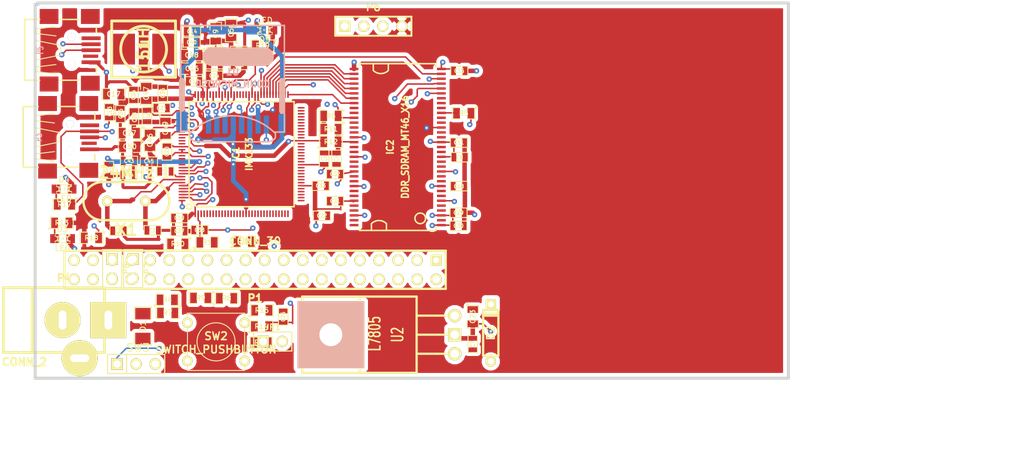
<source format=kicad_pcb>
(kicad_pcb (version 3) (host pcbnew "(2013-jul-07)-stable")
  (layers (15 F.Cu signal) (2 Inner2.Cu signal) (1 Inner1.Cu signal) (0 B.Cu signal) (18 B.Paste user) (19 F.Paste user) (20 B.SilkS user hide) (21 F.SilkS user) (22 B.Mask user) (23 F.Mask user) (28 Edge.Cuts user))
  (net 0 "")
  (net 1 +2.5V)
  (net 2 +3.3V)
  (net 3 +5V)
  (net 4 /LCD_D0)
  (net 5 /LCD_D1)
  (net 6 /LCD_D2)
  (net 7 /LCD_D3)
  (net 8 /LCD_RS)
  (net 9 /SD_CLOCK)
  (net 10 /SD_CMD)
  (net 11 /U_RX)
  (net 12 /U_TX)
  (net 13 DDRA0)
  (net 14 DDRA1)
  (net 15 DDRA10)
  (net 16 DDRA11)
  (net 17 DDRA12)
  (net 18 DDRA2)
  (net 19 DDRA3)
  (net 20 DDRA4)
  (net 21 DDRA5)
  (net 22 DDRA6)
  (net 23 DDRA7)
  (net 24 DDRA8)
  (net 25 DDRA9)
  (net 26 DDR_BA0)
  (net 27 DDR_BA1)
  (net 28 DDR_CAS)
  (net 29 DDR_CE0n)
  (net 30 DDR_CKE)
  (net 31 DDR_CLK)
  (net 32 DDR_CLKn)
  (net 33 DDR_DO0)
  (net 34 DDR_DO1)
  (net 35 DDR_DO10)
  (net 36 DDR_DO11)
  (net 37 DDR_DO12)
  (net 38 DDR_DO13)
  (net 39 DDR_DO14)
  (net 40 DDR_DO15)
  (net 41 DDR_DO2)
  (net 42 DDR_DO3)
  (net 43 DDR_DO4)
  (net 44 DDR_DO5)
  (net 45 DDR_DO6)
  (net 46 DDR_DO7)
  (net 47 DDR_DO8)
  (net 48 DDR_DO9)
  (net 49 DDR_DQM0)
  (net 50 DDR_DQM1)
  (net 51 DDR_DQS0)
  (net 52 DDR_DQS1)
  (net 53 DDR_RAS)
  (net 54 DDR_WEn)
  (net 55 GND)
  (net 56 N-000001)
  (net 57 N-0000010)
  (net 58 N-00000103)
  (net 59 N-00000104)
  (net 60 N-00000109)
  (net 61 N-0000011)
  (net 62 N-0000012)
  (net 63 N-0000013)
  (net 64 N-00000131)
  (net 65 N-00000132)
  (net 66 N-00000133)
  (net 67 N-00000134)
  (net 68 N-00000135)
  (net 69 N-00000136)
  (net 70 N-0000024)
  (net 71 N-0000025)
  (net 72 N-0000026)
  (net 73 N-0000027)
  (net 74 N-0000030)
  (net 75 N-0000032)
  (net 76 N-0000033)
  (net 77 N-0000035)
  (net 78 N-0000036)
  (net 79 N-0000037)
  (net 80 N-0000038)
  (net 81 N-0000039)
  (net 82 N-0000040)
  (net 83 N-0000041)
  (net 84 N-0000042)
  (net 85 N-0000043)
  (net 86 N-0000044)
  (net 87 N-0000045)
  (net 88 N-0000052)
  (net 89 N-0000056)
  (net 90 N-0000057)
  (net 91 N-0000071)
  (net 92 N-0000073)
  (net 93 N-0000074)
  (net 94 N-0000076)
  (net 95 N-0000077)
  (net 96 N-0000078)
  (net 97 N-0000079)
  (net 98 N-000008)
  (net 99 N-0000083)
  (net 100 N-000009)
  (net 101 PSWITCH)
  (net 102 VDD4P2)
  (net 103 VDDA)
  (net 104 VDDD)
  (net 105 VDD_BATT)
  (net 106 VDD_XTAL)
  (net 107 XTALI)
  (net 108 XTALO)
  (module TSOP66_JEDEC_DDR_SDRAM (layer F.Cu) (at 75.1 41.7 90)
    (fp_text reference IC2 (at 0 -1.00076 90) (layer F.SilkS) (effects (font (size 0.9144 0.8128) (thickness 0.2032))))
    (fp_text value DDR_SDRAM_MT46_X16 (at 0 1.00076 90) (layer F.SilkS) (effects (font (size 0.9144 0.8128) (thickness 0.2032))))
    (pad 1 smd rect (at -10.40384 5.8166 90) (size 0.32004 1.1684) (layers F.Cu F.Paste F.Mask) (net 1 +2.5V))
    (pad 66 smd rect (at -10.40384 -5.8166 90) (size 0.32004 1.1684) (layers F.Cu F.Paste F.Mask) (net 55 GND))
    (pad 2 smd rect (at -9.7536 5.8166 90) (size 0.32004 1.1684) (layers F.Cu F.Paste F.Mask) (net 33 DDR_DO0))
    (pad 65 smd rect (at -9.7536 -5.8166 90) (size 0.32004 1.1684) (layers F.Cu F.Paste F.Mask) (net 40 DDR_DO15))
    (pad 3 smd rect (at -9.10336 5.8166 90) (size 0.32004 1.1684) (layers F.Cu F.Paste F.Mask) (net 1 +2.5V))
    (pad 64 smd rect (at -9.10336 -5.8166 90) (size 0.32004 1.1684) (layers F.Cu F.Paste F.Mask) (net 55 GND))
    (pad 4 smd rect (at -8.45312 5.8166 90) (size 0.32004 1.1684) (layers F.Cu F.Paste F.Mask) (net 34 DDR_DO1))
    (pad 63 smd rect (at -8.45312 -5.8166 90) (size 0.32004 1.1684) (layers F.Cu F.Paste F.Mask) (net 39 DDR_DO14))
    (pad 5 smd rect (at -7.80288 5.8166 90) (size 0.32004 1.1684) (layers F.Cu F.Paste F.Mask) (net 41 DDR_DO2))
    (pad 62 smd rect (at -7.80288 -5.8166 90) (size 0.32004 1.1684) (layers F.Cu F.Paste F.Mask) (net 38 DDR_DO13))
    (pad 6 smd rect (at -7.15264 5.8166 90) (size 0.32004 1.1684) (layers F.Cu F.Paste F.Mask) (net 55 GND))
    (pad 61 smd rect (at -7.15264 -5.8166 90) (size 0.32004 1.1684) (layers F.Cu F.Paste F.Mask) (net 1 +2.5V))
    (pad 7 smd rect (at -6.5024 5.8166 90) (size 0.32004 1.1684) (layers F.Cu F.Paste F.Mask) (net 42 DDR_DO3))
    (pad 60 smd rect (at -6.5024 -5.8166 90) (size 0.32004 1.1684) (layers F.Cu F.Paste F.Mask) (net 37 DDR_DO12))
    (pad 8 smd rect (at -5.85216 5.8166 90) (size 0.32004 1.1684) (layers F.Cu F.Paste F.Mask) (net 43 DDR_DO4))
    (pad 59 smd rect (at -5.85216 -5.8166 90) (size 0.32004 1.1684) (layers F.Cu F.Paste F.Mask) (net 36 DDR_DO11))
    (pad 9 smd rect (at -5.20192 5.8166 90) (size 0.32004 1.1684) (layers F.Cu F.Paste F.Mask) (net 1 +2.5V))
    (pad 58 smd rect (at -5.20192 -5.8166 90) (size 0.32004 1.1684) (layers F.Cu F.Paste F.Mask) (net 55 GND))
    (pad 10 smd rect (at -4.55168 5.8166 90) (size 0.32004 1.1684) (layers F.Cu F.Paste F.Mask) (net 44 DDR_DO5))
    (pad 57 smd rect (at -4.55168 -5.8166 90) (size 0.32004 1.1684) (layers F.Cu F.Paste F.Mask) (net 35 DDR_DO10))
    (pad 11 smd rect (at -3.90144 5.8166 90) (size 0.32004 1.1684) (layers F.Cu F.Paste F.Mask) (net 45 DDR_DO6))
    (pad 56 smd rect (at -3.90144 -5.8166 90) (size 0.32004 1.1684) (layers F.Cu F.Paste F.Mask) (net 48 DDR_DO9))
    (pad 12 smd rect (at -3.2512 5.8166 90) (size 0.32004 1.1684) (layers F.Cu F.Paste F.Mask) (net 55 GND))
    (pad 55 smd rect (at -3.2512 -5.8166 90) (size 0.32004 1.1684) (layers F.Cu F.Paste F.Mask) (net 1 +2.5V))
    (pad 13 smd rect (at -2.60096 5.8166 90) (size 0.32004 1.1684) (layers F.Cu F.Paste F.Mask) (net 46 DDR_DO7))
    (pad 54 smd rect (at -2.60096 -5.8166 90) (size 0.32004 1.1684) (layers F.Cu F.Paste F.Mask) (net 47 DDR_DO8))
    (pad 14 smd rect (at -1.95072 5.8166 90) (size 0.32004 1.1684) (layers F.Cu F.Paste F.Mask))
    (pad 53 smd rect (at -1.95072 -5.8166 90) (size 0.32004 1.1684) (layers F.Cu F.Paste F.Mask))
    (pad 15 smd rect (at -1.30048 5.8166 90) (size 0.32004 1.1684) (layers F.Cu F.Paste F.Mask) (net 1 +2.5V))
    (pad 52 smd rect (at -1.30048 -5.8166 90) (size 0.32004 1.1684) (layers F.Cu F.Paste F.Mask) (net 55 GND))
    (pad 16 smd rect (at -0.65024 5.8166 90) (size 0.32004 1.1684) (layers F.Cu F.Paste F.Mask) (net 51 DDR_DQS0))
    (pad 51 smd rect (at -0.65024 -5.8166 90) (size 0.32004 1.1684) (layers F.Cu F.Paste F.Mask) (net 52 DDR_DQS1))
    (pad 17 smd rect (at 0 5.8166 90) (size 0.32004 1.1684) (layers F.Cu F.Paste F.Mask))
    (pad 50 smd rect (at 0 -5.8166 90) (size 0.32004 1.1684) (layers F.Cu F.Paste F.Mask))
    (pad 18 smd rect (at 0.65024 5.8166 90) (size 0.32004 1.1684) (layers F.Cu F.Paste F.Mask) (net 1 +2.5V))
    (pad 49 smd rect (at 0.65024 -5.8166 90) (size 0.32004 1.1684) (layers F.Cu F.Paste F.Mask) (net 60 N-00000109))
    (pad 19 smd rect (at 1.30048 5.8166 90) (size 0.32004 1.1684) (layers F.Cu F.Paste F.Mask))
    (pad 48 smd rect (at 1.30048 -5.8166 90) (size 0.32004 1.1684) (layers F.Cu F.Paste F.Mask) (net 55 GND))
    (pad 20 smd rect (at 1.95072 5.8166 90) (size 0.32004 1.1684) (layers F.Cu F.Paste F.Mask) (net 49 DDR_DQM0))
    (pad 47 smd rect (at 1.95072 -5.8166 90) (size 0.32004 1.1684) (layers F.Cu F.Paste F.Mask) (net 50 DDR_DQM1))
    (pad 21 smd rect (at 2.60096 5.8166 90) (size 0.32004 1.1684) (layers F.Cu F.Paste F.Mask) (net 54 DDR_WEn))
    (pad 46 smd rect (at 2.60096 -5.8166 90) (size 0.32004 1.1684) (layers F.Cu F.Paste F.Mask) (net 32 DDR_CLKn))
    (pad 22 smd rect (at 3.2512 5.8166 90) (size 0.32004 1.1684) (layers F.Cu F.Paste F.Mask) (net 28 DDR_CAS))
    (pad 45 smd rect (at 3.2512 -5.8166 90) (size 0.32004 1.1684) (layers F.Cu F.Paste F.Mask) (net 31 DDR_CLK))
    (pad 23 smd rect (at 3.90144 5.8166 90) (size 0.32004 1.1684) (layers F.Cu F.Paste F.Mask) (net 53 DDR_RAS))
    (pad 44 smd rect (at 3.90144 -5.8166 90) (size 0.32004 1.1684) (layers F.Cu F.Paste F.Mask) (net 30 DDR_CKE))
    (pad 24 smd rect (at 4.55168 5.8166 90) (size 0.32004 1.1684) (layers F.Cu F.Paste F.Mask) (net 29 DDR_CE0n))
    (pad 43 smd rect (at 4.55168 -5.8166 90) (size 0.32004 1.1684) (layers F.Cu F.Paste F.Mask))
    (pad 25 smd rect (at 5.20192 5.8166 90) (size 0.32004 1.1684) (layers F.Cu F.Paste F.Mask))
    (pad 42 smd rect (at 5.20192 -5.8166 90) (size 0.32004 1.1684) (layers F.Cu F.Paste F.Mask) (net 17 DDRA12))
    (pad 26 smd rect (at 5.85216 5.8166 90) (size 0.32004 1.1684) (layers F.Cu F.Paste F.Mask) (net 26 DDR_BA0))
    (pad 41 smd rect (at 5.85216 -5.8166 90) (size 0.32004 1.1684) (layers F.Cu F.Paste F.Mask) (net 16 DDRA11))
    (pad 27 smd rect (at 6.5024 5.8166 90) (size 0.32004 1.1684) (layers F.Cu F.Paste F.Mask) (net 27 DDR_BA1))
    (pad 40 smd rect (at 6.5024 -5.8166 90) (size 0.32004 1.1684) (layers F.Cu F.Paste F.Mask) (net 25 DDRA9))
    (pad 28 smd rect (at 7.15264 5.8166 90) (size 0.32004 1.1684) (layers F.Cu F.Paste F.Mask) (net 15 DDRA10))
    (pad 39 smd rect (at 7.15264 -5.8166 90) (size 0.32004 1.1684) (layers F.Cu F.Paste F.Mask) (net 24 DDRA8))
    (pad 29 smd rect (at 7.80288 5.8166 90) (size 0.32004 1.1684) (layers F.Cu F.Paste F.Mask) (net 13 DDRA0))
    (pad 38 smd rect (at 7.80288 -5.8166 90) (size 0.32004 1.1684) (layers F.Cu F.Paste F.Mask) (net 23 DDRA7))
    (pad 30 smd rect (at 8.45312 5.8166 90) (size 0.32004 1.1684) (layers F.Cu F.Paste F.Mask) (net 14 DDRA1))
    (pad 37 smd rect (at 8.45312 -5.8166 90) (size 0.32004 1.1684) (layers F.Cu F.Paste F.Mask) (net 22 DDRA6))
    (pad 31 smd rect (at 9.10336 5.8166 90) (size 0.32004 1.1684) (layers F.Cu F.Paste F.Mask) (net 18 DDRA2))
    (pad 36 smd rect (at 9.10336 -5.8166 90) (size 0.32004 1.1684) (layers F.Cu F.Paste F.Mask) (net 21 DDRA5))
    (pad 32 smd rect (at 9.7536 5.8166 90) (size 0.32004 1.1684) (layers F.Cu F.Paste F.Mask) (net 19 DDRA3))
    (pad 35 smd rect (at 9.7536 -5.8166 90) (size 0.32004 1.1684) (layers F.Cu F.Paste F.Mask) (net 20 DDRA4))
    (pad 33 smd rect (at 10.40384 5.8166 90) (size 0.32004 1.1684) (layers F.Cu F.Paste F.Mask) (net 1 +2.5V))
    (pad 34 smd rect (at 10.40384 -5.8166 90) (size 0.32004 1.1684) (layers F.Cu F.Paste F.Mask) (net 55 GND))
  )
  (module SW_PUSH_SMALL (layer F.Cu) (at 50.9 67.65)
    (fp_text reference SW2 (at 0 -0.762) (layer F.SilkS) (effects (font (size 1.016 1.016) (thickness 0.2032))))
    (fp_text value SWITCH_PUSHBUTTON (at 0 1.016) (layer F.SilkS) (effects (font (size 1.016 1.016) (thickness 0.2032))))
    (pad 1 thru_hole circle (at 3.81 -2.54) (size 1.397 1.397) (drill 0.8128) (layers *.Cu *.Mask F.SilkS) (net 65 N-00000132))
    (pad 2 thru_hole circle (at 3.81 2.54) (size 1.397 1.397) (drill 0.8128) (layers *.Cu *.Mask F.SilkS) (net 69 N-00000136))
    (pad 1 thru_hole circle (at -3.81 -2.54) (size 1.397 1.397) (drill 0.8128) (layers *.Cu *.Mask F.SilkS) (net 65 N-00000132))
    (pad 2 thru_hole circle (at -3.81 2.54) (size 1.397 1.397) (drill 0.8128) (layers *.Cu *.Mask F.SilkS) (net 69 N-00000136))
  )
  (module SM1206 (layer F.Cu) (at 41.15 65.55 270)
    (fp_text reference D1 (at 0 0 270) (layer F.SilkS) (effects (font (size 0.762 0.762) (thickness 0.127))))
    (fp_text value ZENER hide)
    (pad 1 smd rect (at -1.651 0 270) (size 1.524 2.032) (layers F.Cu F.Paste F.Mask) (net 55 GND))
    (pad 2 smd rect (at 1.651 0 270) (size 1.524 2.032) (layers F.Cu F.Paste F.Mask) (net 3 +5V))
  )
  (module SM0805 (layer F.Cu) (at 54.65 54.3)
    (fp_text reference R20 (at 0 0) (layer F.SilkS) (effects (font (size 0.635 0.635) (thickness 0.127))))
    (fp_text value 47k hide)
    (pad 1 smd rect (at -0.9525 0) (size 0.889 1.397) (layers F.Cu F.Paste F.Mask) (net 8 /LCD_RS))
    (pad 2 smd rect (at 0.9525 0) (size 0.889 1.397) (layers F.Cu F.Paste F.Mask) (net 2 +3.3V))
  )
  (module SM0805 (layer F.Cu) (at 56.95 65.6)
    (fp_text reference R14 (at 0 0) (layer F.SilkS) (effects (font (size 0.635 0.635) (thickness 0.127))))
    (fp_text value 1K hide)
    (pad 1 smd rect (at -0.9525 0) (size 0.889 1.397) (layers F.Cu F.Paste F.Mask) (net 65 N-00000132))
    (pad 2 smd rect (at 0.9525 0) (size 0.889 1.397) (layers F.Cu F.Paste F.Mask) (net 101 PSWITCH))
  )
  (module SM0805 (layer F.Cu) (at 57 63.45)
    (fp_text reference R15 (at 0 0) (layer F.SilkS) (effects (font (size 0.635 0.635) (thickness 0.127))))
    (fp_text value 100k hide)
    (pad 1 smd rect (at -0.9525 0) (size 0.889 1.397) (layers F.Cu F.Paste F.Mask) (net 65 N-00000132))
    (pad 2 smd rect (at 0.9525 0) (size 0.889 1.397) (layers F.Cu F.Paste F.Mask) (net 55 GND))
  )
  (module SM0805 (layer F.Cu) (at 56.9 67.75)
    (fp_text reference R16 (at 0 0) (layer F.SilkS) (effects (font (size 0.635 0.635) (thickness 0.127))))
    (fp_text value 10k hide)
    (pad 1 smd rect (at -0.9525 0) (size 0.889 1.397) (layers F.Cu F.Paste F.Mask) (net 69 N-00000136))
    (pad 2 smd rect (at 0.9525 0) (size 0.889 1.397) (layers F.Cu F.Paste F.Mask) (net 2 +3.3V))
  )
  (module SM0805 (layer F.Cu) (at 48.85 61.8 180)
    (fp_text reference R9 (at 0 0 180) (layer F.SilkS) (effects (font (size 0.635 0.635) (thickness 0.127))))
    (fp_text value 4.7k hide)
    (pad 1 smd rect (at -0.9525 0 180) (size 0.889 1.397) (layers F.Cu F.Paste F.Mask) (net 6 /LCD_D2))
    (pad 2 smd rect (at 0.9525 0 180) (size 0.889 1.397) (layers F.Cu F.Paste F.Mask) (net 55 GND))
  )
  (module SM0805 (layer F.Cu) (at 52.3 61.85)
    (fp_text reference R8 (at 0 0) (layer F.SilkS) (effects (font (size 0.635 0.635) (thickness 0.127))))
    (fp_text value 4.7k hide)
    (pad 1 smd rect (at -0.9525 0) (size 0.889 1.397) (layers F.Cu F.Paste F.Mask) (net 5 /LCD_D1))
    (pad 2 smd rect (at 0.9525 0) (size 0.889 1.397) (layers F.Cu F.Paste F.Mask) (net 55 GND))
  )
  (module SM0805 (layer F.Cu) (at 30.35 51.8)
    (fp_text reference R13 (at 0 0) (layer F.SilkS) (effects (font (size 0.635 0.635) (thickness 0.127))))
    (fp_text value 100 hide)
    (pad 1 smd rect (at -0.9525 0) (size 0.889 1.397) (layers F.Cu F.Paste F.Mask) (net 67 N-00000134))
    (pad 2 smd rect (at 0.9525 0) (size 0.889 1.397) (layers F.Cu F.Paste F.Mask) (net 2 +3.3V))
  )
  (module SM0805 (layer F.Cu) (at 37.25 34.65 180)
    (fp_text reference C17 (at 0 0 180) (layer F.SilkS) (effects (font (size 0.635 0.635) (thickness 0.127))))
    (fp_text value 22uF hide)
    (pad 1 smd rect (at -0.9525 0 180) (size 0.889 1.397) (layers F.Cu F.Paste F.Mask) (net 103 VDDA))
    (pad 2 smd rect (at 0.9525 0 180) (size 0.889 1.397) (layers F.Cu F.Paste F.Mask) (net 55 GND))
  )
  (module SM0805 (layer F.Cu) (at 41.6 34.55 90)
    (fp_text reference C47 (at 0 0 90) (layer F.SilkS) (effects (font (size 0.635 0.635) (thickness 0.127))))
    (fp_text value 22uF hide)
    (pad 1 smd rect (at -0.9525 0 90) (size 0.889 1.397) (layers F.Cu F.Paste F.Mask) (net 103 VDDA))
    (pad 2 smd rect (at 0.9525 0 90) (size 0.889 1.397) (layers F.Cu F.Paste F.Mask) (net 55 GND))
  )
  (module SM0805 (layer F.Cu) (at 47.7 31.25 180)
    (fp_text reference C16 (at 0 0 180) (layer F.SilkS) (effects (font (size 0.635 0.635) (thickness 0.127))))
    (fp_text value 22uF hide)
    (pad 1 smd rect (at -0.9525 0 180) (size 0.889 1.397) (layers F.Cu F.Paste F.Mask) (net 104 VDDD))
    (pad 2 smd rect (at 0.9525 0 180) (size 0.889 1.397) (layers F.Cu F.Paste F.Mask) (net 55 GND))
  )
  (module SM0805 (layer F.Cu) (at 47.65 29.45 180)
    (fp_text reference C48 (at 0 0 180) (layer F.SilkS) (effects (font (size 0.635 0.635) (thickness 0.127))))
    (fp_text value 22uF hide)
    (pad 1 smd rect (at -0.9525 0 180) (size 0.889 1.397) (layers F.Cu F.Paste F.Mask) (net 104 VDDD))
    (pad 2 smd rect (at 0.9525 0 180) (size 0.889 1.397) (layers F.Cu F.Paste F.Mask) (net 55 GND))
  )
  (module SM0805 (layer F.Cu) (at 39.35 39.85 180)
    (fp_text reference C27 (at 0 0 180) (layer F.SilkS) (effects (font (size 0.635 0.635) (thickness 0.127))))
    (fp_text value 22uF hide)
    (pad 1 smd rect (at -0.9525 0 180) (size 0.889 1.397) (layers F.Cu F.Paste F.Mask) (net 102 VDD4P2))
    (pad 2 smd rect (at 0.9525 0 180) (size 0.889 1.397) (layers F.Cu F.Paste F.Mask) (net 55 GND))
  )
  (module SM0805 (layer F.Cu) (at 44.15 39.2 270)
    (fp_text reference C49 (at 0 0 270) (layer F.SilkS) (effects (font (size 0.635 0.635) (thickness 0.127))))
    (fp_text value 22uF hide)
    (pad 1 smd rect (at -0.9525 0 270) (size 0.889 1.397) (layers F.Cu F.Paste F.Mask) (net 102 VDD4P2))
    (pad 2 smd rect (at 0.9525 0 270) (size 0.889 1.397) (layers F.Cu F.Paste F.Mask) (net 55 GND))
  )
  (module SM0805 (layer F.Cu) (at 66.2 37.55 180)
    (fp_text reference R6 (at 0 0 180) (layer F.SilkS) (effects (font (size 0.635 0.635) (thickness 0.127))))
    (fp_text value 10k hide)
    (pad 1 smd rect (at -0.9525 0 180) (size 0.889 1.397) (layers F.Cu F.Paste F.Mask) (net 30 DDR_CKE))
    (pad 2 smd rect (at 0.9525 0 180) (size 0.889 1.397) (layers F.Cu F.Paste F.Mask) (net 55 GND))
  )
  (module SM0805 (layer F.Cu) (at 83.9 37.2 180)
    (fp_text reference R5 (at 0 0 180) (layer F.SilkS) (effects (font (size 0.635 0.635) (thickness 0.127))))
    (fp_text value 10k hide)
    (pad 1 smd rect (at -0.9525 0 180) (size 0.889 1.397) (layers F.Cu F.Paste F.Mask) (net 1 +2.5V))
    (pad 2 smd rect (at 0.9525 0 180) (size 0.889 1.397) (layers F.Cu F.Paste F.Mask) (net 29 DDR_CE0n))
  )
  (module SM0805 (layer F.Cu) (at 45.8 54.6 180)
    (fp_text reference R10 (at 0 0 180) (layer F.SilkS) (effects (font (size 0.635 0.635) (thickness 0.127))))
    (fp_text value 47k hide)
    (pad 1 smd rect (at -0.9525 0 180) (size 0.889 1.397) (layers F.Cu F.Paste F.Mask) (net 7 /LCD_D3))
    (pad 2 smd rect (at 0.9525 0 180) (size 0.889 1.397) (layers F.Cu F.Paste F.Mask) (net 55 GND))
  )
  (module SM0805 (layer F.Cu) (at 66.2 39.3 180)
    (fp_text reference R11 (at 0 0 180) (layer F.SilkS) (effects (font (size 0.635 0.635) (thickness 0.127))))
    (fp_text value "1k(1%)" hide)
    (pad 1 smd rect (at -0.9525 0 180) (size 0.889 1.397) (layers F.Cu F.Paste F.Mask) (net 60 N-00000109))
    (pad 2 smd rect (at 0.9525 0 180) (size 0.889 1.397) (layers F.Cu F.Paste F.Mask) (net 55 GND))
  )
  (module SM0805 (layer F.Cu) (at 66.2 41)
    (fp_text reference R12 (at 0 0) (layer F.SilkS) (effects (font (size 0.635 0.635) (thickness 0.127))))
    (fp_text value "1k(1%)" hide)
    (pad 1 smd rect (at -0.9525 0) (size 0.889 1.397) (layers F.Cu F.Paste F.Mask) (net 1 +2.5V))
    (pad 2 smd rect (at 0.9525 0) (size 0.889 1.397) (layers F.Cu F.Paste F.Mask) (net 60 N-00000109))
  )
  (module SM0805 (layer F.Cu) (at 44.45 63.8 180)
    (fp_text reference R7 (at 0 0 180) (layer F.SilkS) (effects (font (size 0.635 0.635) (thickness 0.127))))
    (fp_text value 47k hide)
    (pad 1 smd rect (at -0.9525 0 180) (size 0.889 1.397) (layers F.Cu F.Paste F.Mask) (net 4 /LCD_D0))
    (pad 2 smd rect (at 0.9525 0 180) (size 0.889 1.397) (layers F.Cu F.Paste F.Mask) (net 55 GND))
  )
  (module SM0805 (layer F.Cu) (at 34.3 53.8 180)
    (fp_text reference R18 (at 0 0 180) (layer F.SilkS) (effects (font (size 0.635 0.635) (thickness 0.127))))
    (fp_text value 4.7k hide)
    (pad 1 smd rect (at -0.9525 0 180) (size 0.889 1.397) (layers F.Cu F.Paste F.Mask) (net 11 /U_RX))
    (pad 2 smd rect (at 0.9525 0 180) (size 0.889 1.397) (layers F.Cu F.Paste F.Mask) (net 2 +3.3V))
  )
  (module SM0805 (layer F.Cu) (at 44.4 62.05)
    (fp_text reference R4 (at 0 0) (layer F.SilkS) (effects (font (size 0.635 0.635) (thickness 0.127))))
    (fp_text value 4.7k hide)
    (pad 1 smd rect (at -0.9525 0) (size 0.889 1.397) (layers F.Cu F.Paste F.Mask) (net 7 /LCD_D3))
    (pad 2 smd rect (at 0.9525 0) (size 0.889 1.397) (layers F.Cu F.Paste F.Mask) (net 91 N-0000071))
  )
  (module SM0805 (layer F.Cu) (at 57.1 28.2 180)
    (fp_text reference R19 (at 0 0 180) (layer F.SilkS) (effects (font (size 0.635 0.635) (thickness 0.127))))
    (fp_text value 100 hide)
    (pad 1 smd rect (at -0.9525 0 180) (size 0.889 1.397) (layers F.Cu F.Paste F.Mask) (net 58 N-00000103))
    (pad 2 smd rect (at 0.9525 0 180) (size 0.889 1.397) (layers F.Cu F.Paste F.Mask) (net 86 N-0000044))
  )
  (module SM0805 (layer F.Cu) (at 49.7 54.4)
    (fp_text reference R1 (at 0 0) (layer F.SilkS) (effects (font (size 0.635 0.635) (thickness 0.127))))
    (fp_text value 4.7k hide)
    (pad 1 smd rect (at -0.9525 0) (size 0.889 1.397) (layers F.Cu F.Paste F.Mask) (net 4 /LCD_D0))
    (pad 2 smd rect (at 0.9525 0) (size 0.889 1.397) (layers F.Cu F.Paste F.Mask) (net 91 N-0000071))
  )
  (module SM0805 (layer F.Cu) (at 30.7 49.35 180)
    (fp_text reference R17 (at 0 0 180) (layer F.SilkS) (effects (font (size 0.635 0.635) (thickness 0.127))))
    (fp_text value 100 hide)
    (pad 1 smd rect (at -0.9525 0 180) (size 0.889 1.397) (layers F.Cu F.Paste F.Mask) (net 12 /U_TX))
    (pad 2 smd rect (at 0.9525 0 180) (size 0.889 1.397) (layers F.Cu F.Paste F.Mask) (net 87 N-0000045))
  )
  (module SM0603_Opendous (layer F.Cu) (at 44.15 44.95 180)
    (fp_text reference C10 hide)
    (fp_text value 100nf (at 0 0 270) (layer F.SilkS) (effects (font (size 0.4572 0.4572) (thickness 0.1143))))
    (pad 1 smd rect (at -0.762 0 180) (size 0.635 1.143) (layers F.Cu F.Paste F.Mask) (net 106 VDD_XTAL))
    (pad 2 smd rect (at 0.762 0 180) (size 0.635 1.143) (layers F.Cu F.Paste F.Mask) (net 55 GND))
  )
  (module SM0603_Capa (layer F.Cu) (at 53.95 28.9)
    (fp_text reference C41 (at 0 0) (layer F.SilkS) (effects (font (size 0.508 0.4572) (thickness 0.1143))))
    (fp_text value 100nF hide)
    (pad 1 smd rect (at -0.762 0) (size 0.635 1.143) (layers F.Cu F.Paste F.Mask) (net 2 +3.3V))
    (pad 2 smd rect (at 0.762 0) (size 0.635 1.143) (layers F.Cu F.Paste F.Mask) (net 55 GND))
  )
  (module SM0603_Capa (layer F.Cu) (at 46 52.9 180)
    (fp_text reference C37 (at 0 0 180) (layer F.SilkS) (effects (font (size 0.508 0.4572) (thickness 0.1143))))
    (fp_text value 100nF hide)
    (pad 1 smd rect (at -0.762 0 180) (size 0.635 1.143) (layers F.Cu F.Paste F.Mask) (net 104 VDDD))
    (pad 2 smd rect (at 0.762 0 180) (size 0.635 1.143) (layers F.Cu F.Paste F.Mask) (net 55 GND))
  )
  (module SM0603_Capa (layer F.Cu) (at 47.65 27.75 180)
    (fp_text reference C40 (at 0 0 180) (layer F.SilkS) (effects (font (size 0.508 0.4572) (thickness 0.1143))))
    (fp_text value 100nF hide)
    (pad 1 smd rect (at -0.762 0 180) (size 0.635 1.143) (layers F.Cu F.Paste F.Mask) (net 2 +3.3V))
    (pad 2 smd rect (at 0.762 0 180) (size 0.635 1.143) (layers F.Cu F.Paste F.Mask) (net 55 GND))
  )
  (module SM0603_Capa (layer F.Cu) (at 43.65 36.5 180)
    (fp_text reference C21 (at 0 0 180) (layer F.SilkS) (effects (font (size 0.508 0.4572) (thickness 0.1143))))
    (fp_text value 1uF hide)
    (pad 1 smd rect (at -0.762 0 180) (size 0.635 1.143) (layers F.Cu F.Paste F.Mask) (net 3 +5V))
    (pad 2 smd rect (at 0.762 0 180) (size 0.635 1.143) (layers F.Cu F.Paste F.Mask) (net 55 GND))
  )
  (module SM0603_Capa (layer F.Cu) (at 48.7 52.75)
    (fp_text reference C38 (at 0 0) (layer F.SilkS) (effects (font (size 0.508 0.4572) (thickness 0.1143))))
    (fp_text value 100nF hide)
    (pad 1 smd rect (at -0.762 0) (size 0.635 1.143) (layers F.Cu F.Paste F.Mask) (net 104 VDDD))
    (pad 2 smd rect (at 0.762 0) (size 0.635 1.143) (layers F.Cu F.Paste F.Mask) (net 55 GND))
  )
  (module SM0603_Capa (layer F.Cu) (at 47.95 32.95 180)
    (fp_text reference C12 (at 0 0 180) (layer F.SilkS) (effects (font (size 0.508 0.4572) (thickness 0.1143))))
    (fp_text value 100nF hide)
    (pad 1 smd rect (at -0.762 0 180) (size 0.635 1.143) (layers F.Cu F.Paste F.Mask) (net 104 VDDD))
    (pad 2 smd rect (at 0.762 0 180) (size 0.635 1.143) (layers F.Cu F.Paste F.Mask) (net 55 GND))
  )
  (module SM0603_Capa (layer F.Cu) (at 46 51.15 180)
    (fp_text reference C19 (at 0 0 180) (layer F.SilkS) (effects (font (size 0.508 0.4572) (thickness 0.1143))))
    (fp_text value 0.01uF hide)
    (pad 1 smd rect (at -0.762 0 180) (size 0.635 1.143) (layers F.Cu F.Paste F.Mask) (net 104 VDDD))
    (pad 2 smd rect (at 0.762 0 180) (size 0.635 1.143) (layers F.Cu F.Paste F.Mask) (net 55 GND))
  )
  (module SM0603_Capa (layer F.Cu) (at 44.35 42.3 270)
    (fp_text reference C20 (at 0 0 270) (layer F.SilkS) (effects (font (size 0.508 0.4572) (thickness 0.1143))))
    (fp_text value 0.01uF hide)
    (pad 1 smd rect (at -0.762 0 270) (size 0.635 1.143) (layers F.Cu F.Paste F.Mask) (net 103 VDDA))
    (pad 2 smd rect (at 0.762 0 270) (size 0.635 1.143) (layers F.Cu F.Paste F.Mask) (net 55 GND))
  )
  (module SM0603_Capa (layer F.Cu) (at 36.65 37.05 270)
    (fp_text reference C13 (at -0.1 -0.1 270) (layer F.SilkS) (effects (font (size 0.508 0.4572) (thickness 0.1143))))
    (fp_text value 100nF hide)
    (pad 1 smd rect (at -0.762 0 270) (size 0.635 1.143) (layers F.Cu F.Paste F.Mask) (net 103 VDDA))
    (pad 2 smd rect (at 0.762 0 270) (size 0.635 1.143) (layers F.Cu F.Paste F.Mask) (net 55 GND))
  )
  (module SM0603_Capa (layer F.Cu) (at 47.7 26.3 180)
    (fp_text reference C14 (at 0 0 180) (layer F.SilkS) (effects (font (size 0.508 0.4572) (thickness 0.1143))))
    (fp_text value 0.01uF hide)
    (pad 1 smd rect (at -0.762 0 180) (size 0.635 1.143) (layers F.Cu F.Paste F.Mask) (net 2 +3.3V))
    (pad 2 smd rect (at 0.762 0 180) (size 0.635 1.143) (layers F.Cu F.Paste F.Mask) (net 55 GND))
  )
  (module SM0603_Capa (layer F.Cu) (at 50.7 30.65)
    (fp_text reference C6 (at 0 0) (layer F.SilkS) (effects (font (size 0.508 0.4572) (thickness 0.1143))))
    (fp_text value 100nF hide)
    (pad 1 smd rect (at -0.762 0) (size 0.635 1.143) (layers F.Cu F.Paste F.Mask) (net 2 +3.3V))
    (pad 2 smd rect (at 0.762 0) (size 0.635 1.143) (layers F.Cu F.Paste F.Mask) (net 55 GND))
  )
  (module SM0603_Capa (layer F.Cu) (at 83.35 43.05)
    (fp_text reference C8 (at 0 0) (layer F.SilkS) (effects (font (size 0.508 0.4572) (thickness 0.1143))))
    (fp_text value 100nF hide)
    (pad 1 smd rect (at -0.762 0) (size 0.635 1.143) (layers F.Cu F.Paste F.Mask) (net 1 +2.5V))
    (pad 2 smd rect (at 0.762 0) (size 0.635 1.143) (layers F.Cu F.Paste F.Mask) (net 55 GND))
  )
  (module SM0603_Capa (layer F.Cu) (at 83.25 41.1)
    (fp_text reference C11 (at 0 0) (layer F.SilkS) (effects (font (size 0.508 0.4572) (thickness 0.1143))))
    (fp_text value 100nF hide)
    (pad 1 smd rect (at -0.762 0) (size 0.635 1.143) (layers F.Cu F.Paste F.Mask) (net 1 +2.5V))
    (pad 2 smd rect (at 0.762 0) (size 0.635 1.143) (layers F.Cu F.Paste F.Mask) (net 55 GND))
  )
  (module SM0603_Capa (layer F.Cu) (at 83.3 31.55)
    (fp_text reference C15 (at 0 0) (layer F.SilkS) (effects (font (size 0.508 0.4572) (thickness 0.1143))))
    (fp_text value 100nF hide)
    (pad 1 smd rect (at -0.762 0) (size 0.635 1.143) (layers F.Cu F.Paste F.Mask) (net 1 +2.5V))
    (pad 2 smd rect (at 0.762 0) (size 0.635 1.143) (layers F.Cu F.Paste F.Mask) (net 55 GND))
  )
  (module SM0603_Capa (layer F.Cu) (at 83.25 46.9)
    (fp_text reference C18 (at 0 0.05) (layer F.SilkS) (effects (font (size 0.508 0.4572) (thickness 0.1143))))
    (fp_text value 100nF hide)
    (pad 1 smd rect (at -0.762 0) (size 0.635 1.143) (layers F.Cu F.Paste F.Mask) (net 1 +2.5V))
    (pad 2 smd rect (at 0.762 0) (size 0.635 1.143) (layers F.Cu F.Paste F.Mask) (net 55 GND))
  )
  (module SM0603_Capa (layer F.Cu) (at 65.3 43.25 90)
    (fp_text reference C5 (at 0 0 180) (layer F.SilkS) (effects (font (size 0.508 0.4572) (thickness 0.1143))))
    (fp_text value 100nf hide)
    (pad 1 smd rect (at -0.762 0 90) (size 0.635 1.143) (layers F.Cu F.Paste F.Mask) (net 1 +2.5V))
    (pad 2 smd rect (at 0.762 0 90) (size 0.635 1.143) (layers F.Cu F.Paste F.Mask) (net 60 N-00000109))
  )
  (module SM0603_Capa (layer F.Cu) (at 59.85 64.3 90)
    (fp_text reference C25 (at 0 0 90) (layer F.SilkS) (effects (font (size 0.508 0.4572) (thickness 0.1143))))
    (fp_text value 100nF hide)
    (pad 1 smd rect (at -0.762 0 90) (size 0.635 1.143) (layers F.Cu F.Paste F.Mask) (net 101 PSWITCH))
    (pad 2 smd rect (at 0.762 0 90) (size 0.635 1.143) (layers F.Cu F.Paste F.Mask) (net 55 GND))
  )
  (module SM0603_Capa (layer F.Cu) (at 42.45 52.8 180)
    (fp_text reference C1 (at 0 0 180) (layer F.SilkS) (effects (font (size 0.508 0.4572) (thickness 0.1143))))
    (fp_text value 10pf hide)
    (pad 1 smd rect (at -0.762 0 180) (size 0.635 1.143) (layers F.Cu F.Paste F.Mask) (net 55 GND))
    (pad 2 smd rect (at 0.762 0 180) (size 0.635 1.143) (layers F.Cu F.Paste F.Mask) (net 107 XTALI))
  )
  (module SM0603_Capa (layer F.Cu) (at 37.9 52.85 180)
    (fp_text reference C2 (at 0 0 180) (layer F.SilkS) (effects (font (size 0.508 0.4572) (thickness 0.1143))))
    (fp_text value 10pf hide)
    (pad 1 smd rect (at -0.762 0 180) (size 0.635 1.143) (layers F.Cu F.Paste F.Mask) (net 55 GND))
    (pad 2 smd rect (at 0.762 0 180) (size 0.635 1.143) (layers F.Cu F.Paste F.Mask) (net 108 XTALO))
  )
  (module SM0603_Capa (layer F.Cu) (at 41.7 37.55 90)
    (fp_text reference C26 (at 0 0 180) (layer F.SilkS) (effects (font (size 0.508 0.4572) (thickness 0.1143))))
    (fp_text value 100nF hide)
    (pad 1 smd rect (at -0.762 0 90) (size 0.635 1.143) (layers F.Cu F.Paste F.Mask) (net 102 VDD4P2))
    (pad 2 smd rect (at 0.762 0 90) (size 0.635 1.143) (layers F.Cu F.Paste F.Mask) (net 55 GND))
  )
  (module SM0603_Capa (layer F.Cu) (at 66.95 43.25 270)
    (fp_text reference C4 (at 0 0 270) (layer F.SilkS) (effects (font (size 0.508 0.4572) (thickness 0.1143))))
    (fp_text value 100nf hide)
    (pad 1 smd rect (at -0.762 0 270) (size 0.635 1.143) (layers F.Cu F.Paste F.Mask) (net 60 N-00000109))
    (pad 2 smd rect (at 0.762 0 270) (size 0.635 1.143) (layers F.Cu F.Paste F.Mask) (net 55 GND))
  )
  (module SM0603_Capa (layer F.Cu) (at 39.25 45.4 180)
    (fp_text reference C44 (at 0 0 180) (layer F.SilkS) (effects (font (size 0.508 0.4572) (thickness 0.1143))))
    (fp_text value 100nF hide)
    (pad 1 smd rect (at -0.762 0 180) (size 0.635 1.143) (layers F.Cu F.Paste F.Mask) (net 105 VDD_BATT))
    (pad 2 smd rect (at 0.762 0 180) (size 0.635 1.143) (layers F.Cu F.Paste F.Mask) (net 55 GND))
  )
  (module SM0603 (layer F.Cu) (at 39.3 43.55 180)
    (fp_text reference C43 (at 0 0 180) (layer F.SilkS) (effects (font (size 0.508 0.4572) (thickness 0.1143))))
    (fp_text value 10nF hide)
    (pad 1 smd rect (at -0.762 0 180) (size 0.635 1.143) (layers F.Cu F.Paste F.Mask) (net 105 VDD_BATT))
    (pad 2 smd rect (at 0.762 0 180) (size 0.635 1.143) (layers F.Cu F.Paste F.Mask) (net 55 GND))
  )
  (module SM0603 (layer F.Cu) (at 39.9 34.75 90)
    (fp_text reference C34 (at 0 0 90) (layer F.SilkS) (effects (font (size 0.508 0.4572) (thickness 0.1143))))
    (fp_text value 100nF hide)
    (pad 1 smd rect (at -0.762 0 90) (size 0.635 1.143) (layers F.Cu F.Paste F.Mask) (net 103 VDDA))
    (pad 2 smd rect (at 0.762 0 90) (size 0.635 1.143) (layers F.Cu F.Paste F.Mask) (net 55 GND))
  )
  (module SM0603 (layer F.Cu) (at 64.85 46.85)
    (fp_text reference C33 (at 0 0) (layer F.SilkS) (effects (font (size 0.508 0.4572) (thickness 0.1143))))
    (fp_text value 100nF hide)
    (pad 1 smd rect (at -0.762 0) (size 0.635 1.143) (layers F.Cu F.Paste F.Mask) (net 1 +2.5V))
    (pad 2 smd rect (at 0.762 0) (size 0.635 1.143) (layers F.Cu F.Paste F.Mask) (net 55 GND))
  )
  (module SM0603 (layer F.Cu) (at 66.75 45.3 180)
    (fp_text reference C32 (at 0 0 180) (layer F.SilkS) (effects (font (size 0.508 0.4572) (thickness 0.1143))))
    (fp_text value 100nF hide)
    (pad 1 smd rect (at -0.762 0 180) (size 0.635 1.143) (layers F.Cu F.Paste F.Mask) (net 1 +2.5V))
    (pad 2 smd rect (at 0.762 0 180) (size 0.635 1.143) (layers F.Cu F.Paste F.Mask) (net 55 GND))
  )
  (module SM0603 (layer F.Cu) (at 66.75 48.9 180)
    (fp_text reference C31 (at 0 0 180) (layer F.SilkS) (effects (font (size 0.508 0.4572) (thickness 0.1143))))
    (fp_text value 100nF hide)
    (pad 1 smd rect (at -0.762 0 180) (size 0.635 1.143) (layers F.Cu F.Paste F.Mask) (net 1 +2.5V))
    (pad 2 smd rect (at 0.762 0 180) (size 0.635 1.143) (layers F.Cu F.Paste F.Mask) (net 55 GND))
  )
  (module SM0603 (layer F.Cu) (at 83.2 52.2)
    (fp_text reference C30 (at 0 0) (layer F.SilkS) (effects (font (size 0.508 0.4572) (thickness 0.1143))))
    (fp_text value 100nF hide)
    (pad 1 smd rect (at -0.762 0) (size 0.635 1.143) (layers F.Cu F.Paste F.Mask) (net 1 +2.5V))
    (pad 2 smd rect (at 0.762 0) (size 0.635 1.143) (layers F.Cu F.Paste F.Mask) (net 55 GND))
  )
  (module SM0603 (layer F.Cu) (at 83.2 50.45)
    (fp_text reference C29 (at 0 0) (layer F.SilkS) (effects (font (size 0.508 0.4572) (thickness 0.1143))))
    (fp_text value 100nF hide)
    (pad 1 smd rect (at -0.762 0) (size 0.635 1.143) (layers F.Cu F.Paste F.Mask) (net 1 +2.5V))
    (pad 2 smd rect (at 0.762 0) (size 0.635 1.143) (layers F.Cu F.Paste F.Mask) (net 55 GND))
  )
  (module PIN_ARRAY_4x1 (layer F.Cu) (at 71.85 25.6)
    (fp_text reference P6 (at 0 -2.54) (layer F.SilkS) (effects (font (size 1.016 1.016) (thickness 0.2032))))
    (fp_text value CONN_4 hide)
    (pad 1 thru_hole rect (at -3.81 0) (size 1.524 1.524) (drill 1.016) (layers *.Cu *.Mask F.SilkS) (net 55 GND))
    (pad 2 thru_hole circle (at -1.27 0) (size 1.524 1.524) (drill 1.016) (layers *.Cu *.Mask F.SilkS) (net 85 N-0000043))
    (pad 3 thru_hole circle (at 1.27 0) (size 1.524 1.524) (drill 1.016) (layers *.Cu *.Mask F.SilkS) (net 88 N-0000052))
    (pad 4 thru_hole circle (at 3.81 0) (size 1.524 1.524) (drill 1.016) (layers *.Cu *.Mask F.SilkS) (net 2 +3.3V))
  )
  (module PIN_ARRAY_3X1 (layer F.Cu) (at 40.25 70.6)
    (fp_text reference SW3 (at 0.254 -2.159) (layer F.SilkS) (effects (font (size 1.016 1.016) (thickness 0.1524))))
    (fp_text value SWITCH_INV hide)
    (pad 1 thru_hole rect (at -2.54 0) (size 1.524 1.524) (drill 1.016) (layers *.Cu *.Mask F.SilkS) (net 3 +5V))
    (pad 2 thru_hole circle (at 0 0) (size 1.524 1.524) (drill 1.016) (layers *.Cu *.Mask F.SilkS) (net 66 N-00000133))
    (pad 3 thru_hole circle (at 2.54 0) (size 1.524 1.524) (drill 1.016) (layers *.Cu *.Mask F.SilkS))
  )
  (module PIN_ARRAY_2X1 (layer F.Cu) (at 37.05 57.9 270)
    (fp_text reference P8 (at 0 -1.905 270) (layer F.SilkS) (effects (font (size 0.762 0.762) (thickness 0.1524))))
    (fp_text value CONN_2 hide)
    (pad 1 thru_hole rect (at -1.27 0 270) (size 1.524 1.524) (drill 1.016) (layers *.Cu *.Mask F.SilkS) (net 105 VDD_BATT))
    (pad 2 thru_hole circle (at 1.27 0 270) (size 1.524 1.524) (drill 1.016) (layers *.Cu *.Mask F.SilkS) (net 55 GND))
  )
  (module PIN_ARRAY_2X1 (layer F.Cu) (at 39.85 57.9 270)
    (fp_text reference P7 (at 0 -1.905 270) (layer F.SilkS) (effects (font (size 0.762 0.762) (thickness 0.1524))))
    (fp_text value CONN_2 hide)
    (pad 1 thru_hole rect (at -1.27 0 270) (size 1.524 1.524) (drill 1.016) (layers *.Cu *.Mask F.SilkS) (net 59 N-00000104))
    (pad 2 thru_hole circle (at 1.27 0 270) (size 1.524 1.524) (drill 1.016) (layers *.Cu *.Mask F.SilkS) (net 84 N-0000042))
  )
  (module PIN_ARRAY_2X1 (layer F.Cu) (at 58.45 67.6)
    (fp_text reference JP1 (at 0 -1.905) (layer F.SilkS) (effects (font (size 0.762 0.762) (thickness 0.1524))))
    (fp_text value Jumper-2 hide)
    (pad 1 thru_hole rect (at -1.27 0) (size 1.524 1.524) (drill 1.016) (layers *.Cu *.Mask F.SilkS) (net 2 +3.3V))
    (pad 2 thru_hole circle (at 1.27 0) (size 1.524 1.524) (drill 1.016) (layers *.Cu *.Mask F.SilkS) (net 91 N-0000071))
  )
  (module Memory_Card_microSD_DM3CS-SF (layer B.Cu) (at 53.1 39.9 180)
    (fp_text reference U1 (at 0 8.19912 180) (layer B.SilkS) (effects (font (size 0.8636 0.8636) (thickness 0.2032)) (justify mirror)))
    (fp_text value CONN_MICROSD (at 0 6.59892 180) (layer B.SilkS) (effects (font (size 0.8636 0.8636) (thickness 0.2032)) (justify mirror)))
    (pad 1 smd rect (at 3.2004 1.19888 180) (size 0.70104 2.4003) (layers B.Cu B.Paste B.Mask) (net 92 N-0000073))
    (pad 2 smd rect (at 2.10058 1.19888 180) (size 0.70104 2.4003) (layers B.Cu B.Paste B.Mask) (net 62 N-0000012))
    (pad 3 smd rect (at 1.00076 1.19888 180) (size 0.70104 2.4003) (layers B.Cu B.Paste B.Mask) (net 10 /SD_CMD))
    (pad 4 smd rect (at -0.09906 1.19888 180) (size 0.70104 2.4003) (layers B.Cu B.Paste B.Mask) (net 2 +3.3V))
    (pad 5 smd rect (at -1.19888 1.19888 180) (size 0.70104 2.4003) (layers B.Cu B.Paste B.Mask) (net 9 /SD_CLOCK))
    (pad 6 smd rect (at -2.30124 1.19888 180) (size 0.70104 2.4003) (layers B.Cu B.Paste B.Mask) (net 55 GND))
    (pad 7 smd rect (at -3.40106 1.19888 180) (size 0.70104 2.4003) (layers B.Cu B.Paste B.Mask) (net 93 N-0000074))
    (pad 8 smd rect (at -4.50088 1.19888 180) (size 0.70104 2.4003) (layers B.Cu B.Paste B.Mask) (net 63 N-0000013))
    (pad 9 smd rect (at 6.74878 1.6002 180) (size 1.50114 2.60096) (layers B.Cu B.Paste B.Mask) (net 55 GND))
    (pad 9 smd rect (at -6.59892 1.30048 180) (size 1.00076 2.60096) (layers B.Cu B.Paste B.Mask) (net 55 GND))
    (pad 9 smd rect (at 4.84886 13.79982 180) (size 1.19888 1.19888) (layers B.Cu B.Paste B.Mask) (net 55 GND))
    (pad 9 smd rect (at 1.84912 13.79982 180) (size 2.70002 1.19888) (layers B.Cu B.Paste B.Mask) (net 55 GND))
    (pad 9 smd rect (at -3.0988 13.79982 180) (size 2.70002 1.19888) (layers B.Cu B.Paste B.Mask) (net 55 GND))
  )
  (module LQFP128_14x14mm_0.4mmPitch_iMX233 (layer F.Cu) (at 54.3 42.65 90)
    (fp_text reference IC1 (at 0 -0.7493 90) (layer F.SilkS) (effects (font (size 0.8636 0.8128) (thickness 0.2032))))
    (fp_text value IMX233 (at 0 1.00076 90) (layer F.SilkS) (effects (font (size 0.8636 0.8128) (thickness 0.2032))))
    (pad 1 smd rect (at -7.9375 -6.18236 180) (size 0.2032 0.889) (layers F.Cu F.Paste F.Mask) (net 104 VDDD))
    (pad 33 smd rect (at -6.18236 7.9375 90) (size 0.2032 0.889) (layers F.Cu F.Paste F.Mask) (net 59 N-00000104))
    (pad 65 smd rect (at 7.9375 6.18236) (size 0.2032 0.889) (layers F.Cu F.Paste F.Mask) (net 16 DDRA11))
    (pad 97 smd rect (at 6.18236 -7.9375 90) (size 0.2032 0.889) (layers F.Cu F.Paste F.Mask) (net 77 N-0000035))
    (pad 2 smd rect (at -7.9375 -5.78358 180) (size 0.2032 0.889) (layers F.Cu F.Paste F.Mask) (net 4 /LCD_D0))
    (pad 34 smd rect (at -5.78358 7.9375 90) (size 0.2032 0.889) (layers F.Cu F.Paste F.Mask))
    (pad 66 smd rect (at 7.9375 5.78358) (size 0.2032 0.889) (layers F.Cu F.Paste F.Mask) (net 15 DDRA10))
    (pad 98 smd rect (at 5.78358 -7.9375 90) (size 0.2032 0.889) (layers F.Cu F.Paste F.Mask) (net 55 GND))
    (pad 3 smd rect (at -7.9375 -5.3848 180) (size 0.2032 0.889) (layers F.Cu F.Paste F.Mask) (net 5 /LCD_D1))
    (pad 35 smd rect (at -5.3848 7.9375 90) (size 0.2032 0.889) (layers F.Cu F.Paste F.Mask) (net 55 GND))
    (pad 67 smd rect (at 7.9375 5.3848) (size 0.2032 0.889) (layers F.Cu F.Paste F.Mask) (net 25 DDRA9))
    (pad 99 smd rect (at 5.3848 -7.9375 90) (size 0.2032 0.889) (layers F.Cu F.Paste F.Mask) (net 75 N-0000032))
    (pad 4 smd rect (at -7.9375 -4.98602 180) (size 0.2032 0.889) (layers F.Cu F.Paste F.Mask) (net 6 /LCD_D2))
    (pad 36 smd rect (at -4.98602 7.9375 90) (size 0.2032 0.889) (layers F.Cu F.Paste F.Mask) (net 31 DDR_CLK))
    (pad 68 smd rect (at 7.9375 4.98602) (size 0.2032 0.889) (layers F.Cu F.Paste F.Mask) (net 24 DDRA8))
    (pad 100 smd rect (at 4.98602 -7.9375 90) (size 0.2032 0.889) (layers F.Cu F.Paste F.Mask) (net 105 VDD_BATT))
    (pad 5 smd rect (at -7.9375 -4.58724 180) (size 0.2032 0.889) (layers F.Cu F.Paste F.Mask) (net 7 /LCD_D3))
    (pad 37 smd rect (at -4.58724 7.9375 90) (size 0.2032 0.889) (layers F.Cu F.Paste F.Mask) (net 32 DDR_CLKn))
    (pad 69 smd rect (at 7.9375 4.58724) (size 0.2032 0.889) (layers F.Cu F.Paste F.Mask) (net 23 DDRA7))
    (pad 101 smd rect (at 4.58724 -7.9375 90) (size 0.2032 0.889) (layers F.Cu F.Paste F.Mask) (net 102 VDD4P2))
    (pad 6 smd rect (at -7.9375 -4.18846 180) (size 0.2032 0.889) (layers F.Cu F.Paste F.Mask) (net 73 N-0000027))
    (pad 38 smd rect (at -4.18846 7.9375 90) (size 0.2032 0.889) (layers F.Cu F.Paste F.Mask) (net 1 +2.5V))
    (pad 70 smd rect (at 7.9375 4.18846) (size 0.2032 0.889) (layers F.Cu F.Paste F.Mask) (net 22 DDRA6))
    (pad 102 smd rect (at 4.18846 -7.9375 90) (size 0.2032 0.889) (layers F.Cu F.Paste F.Mask) (net 3 +5V))
    (pad 7 smd rect (at -7.9375 -3.78968 180) (size 0.2032 0.889) (layers F.Cu F.Paste F.Mask) (net 79 N-0000037))
    (pad 39 smd rect (at -3.78968 7.9375 90) (size 0.2032 0.889) (layers F.Cu F.Paste F.Mask) (net 51 DDR_DQS0))
    (pad 71 smd rect (at 7.9375 3.78968) (size 0.2032 0.889) (layers F.Cu F.Paste F.Mask) (net 21 DDRA5))
    (pad 103 smd rect (at 3.78968 -7.9375 90) (size 0.2032 0.889) (layers F.Cu F.Paste F.Mask) (net 105 VDD_BATT))
    (pad 8 smd rect (at -7.9375 -3.3909 180) (size 0.2032 0.889) (layers F.Cu F.Paste F.Mask) (net 72 N-0000026))
    (pad 40 smd rect (at -3.3909 7.9375 90) (size 0.2032 0.889) (layers F.Cu F.Paste F.Mask) (net 52 DDR_DQS1))
    (pad 72 smd rect (at 7.9375 3.3909) (size 0.2032 0.889) (layers F.Cu F.Paste F.Mask) (net 20 DDRA4))
    (pad 104 smd rect (at 3.3909 -7.9375 90) (size 0.2032 0.889) (layers F.Cu F.Paste F.Mask))
    (pad 9 smd rect (at -7.9375 -2.99212 180) (size 0.2032 0.889) (layers F.Cu F.Paste F.Mask) (net 80 N-0000038))
    (pad 41 smd rect (at -2.99212 7.9375 90) (size 0.2032 0.889) (layers F.Cu F.Paste F.Mask) (net 33 DDR_DO0))
    (pad 73 smd rect (at 7.9375 2.99212) (size 0.2032 0.889) (layers F.Cu F.Paste F.Mask) (net 19 DDRA3))
    (pad 105 smd rect (at 2.99212 -7.9375 90) (size 0.2032 0.889) (layers F.Cu F.Paste F.Mask) (net 55 GND))
    (pad 10 smd rect (at -7.9375 -2.59334 180) (size 0.2032 0.889) (layers F.Cu F.Paste F.Mask) (net 78 N-0000036))
    (pad 42 smd rect (at -2.59334 7.9375 90) (size 0.2032 0.889) (layers F.Cu F.Paste F.Mask) (net 41 DDR_DO2))
    (pad 74 smd rect (at 7.9375 2.59334) (size 0.2032 0.889) (layers F.Cu F.Paste F.Mask) (net 18 DDRA2))
    (pad 106 smd rect (at 2.59334 -7.9375 90) (size 0.2032 0.889) (layers F.Cu F.Paste F.Mask) (net 1 +2.5V))
    (pad 11 smd rect (at -7.9375 -2.19456 180) (size 0.2032 0.889) (layers F.Cu F.Paste F.Mask) (net 81 N-0000039))
    (pad 43 smd rect (at -2.19456 7.9375 90) (size 0.2032 0.889) (layers F.Cu F.Paste F.Mask) (net 34 DDR_DO1))
    (pad 75 smd rect (at 7.9375 2.19456) (size 0.2032 0.889) (layers F.Cu F.Paste F.Mask) (net 14 DDRA1))
    (pad 107 smd rect (at 2.19456 -7.9375 90) (size 0.2032 0.889) (layers F.Cu F.Paste F.Mask))
    (pad 12 smd rect (at -7.9375 -1.79578 180) (size 0.2032 0.889) (layers F.Cu F.Paste F.Mask) (net 82 N-0000040))
    (pad 44 smd rect (at -1.79578 7.9375 90) (size 0.2032 0.889) (layers F.Cu F.Paste F.Mask) (net 42 DDR_DO3))
    (pad 76 smd rect (at 7.9375 1.79578) (size 0.2032 0.889) (layers F.Cu F.Paste F.Mask) (net 13 DDRA0))
    (pad 108 smd rect (at 1.79578 -7.9375 90) (size 0.2032 0.889) (layers F.Cu F.Paste F.Mask))
    (pad 13 smd rect (at -7.9375 -1.397 180) (size 0.2032 0.889) (layers F.Cu F.Paste F.Mask) (net 74 N-0000030))
    (pad 45 smd rect (at -1.397 7.9375 90) (size 0.2032 0.889) (layers F.Cu F.Paste F.Mask) (net 1 +2.5V))
    (pad 77 smd rect (at 7.9375 1.397) (size 0.2032 0.889) (layers F.Cu F.Paste F.Mask) (net 54 DDR_WEn))
    (pad 109 smd rect (at 1.397 -7.9375 90) (size 0.2032 0.889) (layers F.Cu F.Paste F.Mask))
    (pad 14 smd rect (at -7.9375 -0.99822 180) (size 0.2032 0.889) (layers F.Cu F.Paste F.Mask) (net 8 /LCD_RS))
    (pad 46 smd rect (at -0.99822 7.9375 90) (size 0.2032 0.889) (layers F.Cu F.Paste F.Mask) (net 49 DDR_DQM0))
    (pad 78 smd rect (at 7.9375 0.99822) (size 0.2032 0.889) (layers F.Cu F.Paste F.Mask) (net 30 DDR_CKE))
    (pad 110 smd rect (at 0.99822 -7.9375 90) (size 0.2032 0.889) (layers F.Cu F.Paste F.Mask) (net 103 VDDA))
    (pad 15 smd rect (at -7.9375 -0.59944 180) (size 0.2032 0.889) (layers F.Cu F.Paste F.Mask) (net 70 N-0000024))
    (pad 47 smd rect (at -0.59944 7.9375 90) (size 0.2032 0.889) (layers F.Cu F.Paste F.Mask) (net 43 DDR_DO4))
    (pad 79 smd rect (at 7.9375 0.59944) (size 0.2032 0.889) (layers F.Cu F.Paste F.Mask) (net 26 DDR_BA0))
    (pad 111 smd rect (at 0.59944 -7.9375 90) (size 0.2032 0.889) (layers F.Cu F.Paste F.Mask) (net 55 GND))
    (pad 16 smd rect (at -7.9375 -0.20066 180) (size 0.2032 0.889) (layers F.Cu F.Paste F.Mask) (net 83 N-0000041))
    (pad 48 smd rect (at -0.20066 7.9375 90) (size 0.2032 0.889) (layers F.Cu F.Paste F.Mask) (net 44 DDR_DO5))
    (pad 80 smd rect (at 7.9375 0.20066) (size 0.2032 0.889) (layers F.Cu F.Paste F.Mask) (net 27 DDR_BA1))
    (pad 112 smd rect (at 0.20066 -7.9375 90) (size 0.2032 0.889) (layers F.Cu F.Paste F.Mask) (net 55 GND))
    (pad 17 smd rect (at -7.9375 0.19812 180) (size 0.2032 0.889) (layers F.Cu F.Paste F.Mask) (net 71 N-0000025))
    (pad 49 smd rect (at 0.19812 7.9375 90) (size 0.2032 0.889) (layers F.Cu F.Paste F.Mask) (net 45 DDR_DO6))
    (pad 81 smd rect (at 7.9375 -0.19812) (size 0.2032 0.889) (layers F.Cu F.Paste F.Mask))
    (pad 113 smd rect (at -0.19812 -7.9375 90) (size 0.2032 0.889) (layers F.Cu F.Paste F.Mask))
    (pad 18 smd rect (at -7.9375 0.5969 180) (size 0.2032 0.889) (layers F.Cu F.Paste F.Mask) (net 2 +3.3V))
    (pad 50 smd rect (at 0.5969 7.9375 90) (size 0.2032 0.889) (layers F.Cu F.Paste F.Mask) (net 46 DDR_DO7))
    (pad 82 smd rect (at 7.9375 -0.5969) (size 0.2032 0.889) (layers F.Cu F.Paste F.Mask))
    (pad 114 smd rect (at -0.5969 -7.9375 90) (size 0.2032 0.889) (layers F.Cu F.Paste F.Mask))
    (pad 19 smd rect (at -7.9375 0.99568 180) (size 0.2032 0.889) (layers F.Cu F.Paste F.Mask) (net 61 N-0000011))
    (pad 51 smd rect (at 0.99568 7.9375 90) (size 0.2032 0.889) (layers F.Cu F.Paste F.Mask) (net 47 DDR_DO8))
    (pad 83 smd rect (at 7.9375 -0.99568) (size 0.2032 0.889) (layers F.Cu F.Paste F.Mask) (net 10 /SD_CMD))
    (pad 115 smd rect (at -0.99568 -7.9375 90) (size 0.2032 0.889) (layers F.Cu F.Paste F.Mask))
    (pad 20 smd rect (at -7.9375 1.39446 180) (size 0.2032 0.889) (layers F.Cu F.Paste F.Mask) (net 95 N-0000077))
    (pad 52 smd rect (at 1.39446 7.9375 90) (size 0.2032 0.889) (layers F.Cu F.Paste F.Mask) (net 48 DDR_DO9))
    (pad 84 smd rect (at 7.9375 -1.39446) (size 0.2032 0.889) (layers F.Cu F.Paste F.Mask) (net 93 N-0000074))
    (pad 116 smd rect (at -1.39446 -7.9375 90) (size 0.2032 0.889) (layers F.Cu F.Paste F.Mask))
    (pad 21 smd rect (at -7.9375 1.79324 180) (size 0.2032 0.889) (layers F.Cu F.Paste F.Mask) (net 84 N-0000042))
    (pad 53 smd rect (at 1.79324 7.9375 90) (size 0.2032 0.889) (layers F.Cu F.Paste F.Mask) (net 1 +2.5V))
    (pad 85 smd rect (at 7.9375 -1.79324) (size 0.2032 0.889) (layers F.Cu F.Paste F.Mask) (net 63 N-0000013))
    (pad 117 smd rect (at -1.79324 -7.9375 90) (size 0.2032 0.889) (layers F.Cu F.Paste F.Mask) (net 76 N-0000033))
    (pad 22 smd rect (at -7.9375 2.19202 180) (size 0.2032 0.889) (layers F.Cu F.Paste F.Mask) (net 94 N-0000076))
    (pad 54 smd rect (at 2.19202 7.9375 90) (size 0.2032 0.889) (layers F.Cu F.Paste F.Mask) (net 35 DDR_DO10))
    (pad 86 smd rect (at 7.9375 -2.19202) (size 0.2032 0.889) (layers F.Cu F.Paste F.Mask) (net 92 N-0000073))
    (pad 118 smd rect (at -2.19202 -7.9375 90) (size 0.2032 0.889) (layers F.Cu F.Paste F.Mask) (net 55 GND))
    (pad 23 smd rect (at -7.9375 2.5908 180) (size 0.2032 0.889) (layers F.Cu F.Paste F.Mask) (net 57 N-0000010))
    (pad 55 smd rect (at 2.5908 7.9375 90) (size 0.2032 0.889) (layers F.Cu F.Paste F.Mask) (net 36 DDR_DO11))
    (pad 87 smd rect (at 7.9375 -2.5908) (size 0.2032 0.889) (layers F.Cu F.Paste F.Mask) (net 62 N-0000012))
    (pad 119 smd rect (at -2.5908 -7.9375 90) (size 0.2032 0.889) (layers F.Cu F.Paste F.Mask) (net 101 PSWITCH))
    (pad 24 smd rect (at -7.9375 2.98958 180) (size 0.2032 0.889) (layers F.Cu F.Paste F.Mask) (net 96 N-0000078))
    (pad 56 smd rect (at 2.98958 7.9375 90) (size 0.2032 0.889) (layers F.Cu F.Paste F.Mask) (net 50 DDR_DQM1))
    (pad 88 smd rect (at 7.9375 -2.98958) (size 0.2032 0.889) (layers F.Cu F.Paste F.Mask) (net 86 N-0000044))
    (pad 120 smd rect (at -2.98958 -7.9375 90) (size 0.2032 0.889) (layers F.Cu F.Paste F.Mask) (net 106 VDD_XTAL))
    (pad 25 smd rect (at -7.9375 3.38836 180) (size 0.2032 0.889) (layers F.Cu F.Paste F.Mask) (net 56 N-000001))
    (pad 57 smd rect (at 3.38836 7.9375 90) (size 0.2032 0.889) (layers F.Cu F.Paste F.Mask) (net 37 DDR_DO12))
    (pad 89 smd rect (at 7.9375 -3.38836) (size 0.2032 0.889) (layers F.Cu F.Paste F.Mask))
    (pad 121 smd rect (at -3.38836 -7.9375 90) (size 0.2032 0.889) (layers F.Cu F.Paste F.Mask) (net 108 XTALO))
    (pad 26 smd rect (at -7.9375 3.78714 180) (size 0.2032 0.889) (layers F.Cu F.Paste F.Mask) (net 100 N-000009))
    (pad 58 smd rect (at 3.78714 7.9375 90) (size 0.2032 0.889) (layers F.Cu F.Paste F.Mask) (net 38 DDR_DO13))
    (pad 90 smd rect (at 7.9375 -3.78714) (size 0.2032 0.889) (layers F.Cu F.Paste F.Mask) (net 9 /SD_CLOCK))
    (pad 122 smd rect (at -3.78714 -7.9375 90) (size 0.2032 0.889) (layers F.Cu F.Paste F.Mask) (net 107 XTALI))
    (pad 27 smd rect (at -7.9375 4.18592 180) (size 0.2032 0.889) (layers F.Cu F.Paste F.Mask) (net 97 N-0000079))
    (pad 59 smd rect (at 4.18592 7.9375 90) (size 0.2032 0.889) (layers F.Cu F.Paste F.Mask) (net 40 DDR_DO15))
    (pad 91 smd rect (at 7.9375 -4.18592) (size 0.2032 0.889) (layers F.Cu F.Paste F.Mask))
    (pad 123 smd rect (at -4.18592 -7.9375 90) (size 0.2032 0.889) (layers F.Cu F.Paste F.Mask) (net 89 N-0000056))
    (pad 28 smd rect (at -7.9375 4.5847 180) (size 0.2032 0.889) (layers F.Cu F.Paste F.Mask) (net 98 N-000008))
    (pad 60 smd rect (at 4.5847 7.9375 90) (size 0.2032 0.889) (layers F.Cu F.Paste F.Mask) (net 39 DDR_DO14))
    (pad 92 smd rect (at 7.9375 -4.5847) (size 0.2032 0.889) (layers F.Cu F.Paste F.Mask) (net 2 +3.3V))
    (pad 124 smd rect (at -4.5847 -7.9375 90) (size 0.2032 0.889) (layers F.Cu F.Paste F.Mask) (net 90 N-0000057))
    (pad 29 smd rect (at -7.9375 4.98348 180) (size 0.2032 0.889) (layers F.Cu F.Paste F.Mask) (net 99 N-0000083))
    (pad 61 smd rect (at 4.98348 7.9375 90) (size 0.2032 0.889) (layers F.Cu F.Paste F.Mask) (net 28 DDR_CAS))
    (pad 93 smd rect (at 7.9375 -4.98348) (size 0.2032 0.889) (layers F.Cu F.Paste F.Mask) (net 104 VDDD))
    (pad 125 smd rect (at -4.98348 -7.9375 90) (size 0.2032 0.889) (layers F.Cu F.Paste F.Mask) (net 11 /U_RX))
    (pad 30 smd rect (at -7.9375 5.38226 180) (size 0.2032 0.889) (layers F.Cu F.Paste F.Mask) (net 55 GND))
    (pad 62 smd rect (at 5.38226 7.9375 90) (size 0.2032 0.889) (layers F.Cu F.Paste F.Mask) (net 53 DDR_RAS))
    (pad 94 smd rect (at 7.9375 -5.38226) (size 0.2032 0.889) (layers F.Cu F.Paste F.Mask) (net 104 VDDD))
    (pad 126 smd rect (at -5.38226 -7.9375 90) (size 0.2032 0.889) (layers F.Cu F.Paste F.Mask) (net 12 /U_TX))
    (pad 31 smd rect (at -7.9375 5.78104 180) (size 0.2032 0.889) (layers F.Cu F.Paste F.Mask))
    (pad 63 smd rect (at 5.78104 7.9375 90) (size 0.2032 0.889) (layers F.Cu F.Paste F.Mask) (net 29 DDR_CE0n))
    (pad 95 smd rect (at 7.9375 -5.78104) (size 0.2032 0.889) (layers F.Cu F.Paste F.Mask) (net 2 +3.3V))
    (pad 127 smd rect (at -5.78104 -7.9375 90) (size 0.2032 0.889) (layers F.Cu F.Paste F.Mask) (net 85 N-0000043))
    (pad 32 smd rect (at -7.9375 6.17982 180) (size 0.2032 0.889) (layers F.Cu F.Paste F.Mask))
    (pad 64 smd rect (at 6.17982 7.9375 90) (size 0.2032 0.889) (layers F.Cu F.Paste F.Mask) (net 17 DDRA12))
    (pad 96 smd rect (at 7.9375 -6.17982) (size 0.2032 0.889) (layers F.Cu F.Paste F.Mask) (net 103 VDDA))
    (pad 128 smd rect (at -6.17982 -7.9375 90) (size 0.2032 0.889) (layers F.Cu F.Paste F.Mask) (net 88 N-0000052))
  )
  (module LM78XX (layer F.Cu) (at 82.7 66.7 180)
    (fp_text reference U2 (at 7.62 0 270) (layer F.SilkS) (effects (font (size 1.524 1.016) (thickness 0.2032))))
    (fp_text value L7805 (at 10.668 0.127 270) (layer F.SilkS) (effects (font (size 1.524 1.016) (thickness 0.2032))))
    (pad 4 thru_hole rect (at 16.51 0 180) (size 8.89 8.89) (drill 3.048) (layers *.Cu *.SilkS *.Mask))
    (pad VI thru_hole circle (at 0 -2.54 180) (size 1.778 1.778) (drill 1.143) (layers *.Cu *.Mask F.SilkS) (net 64 N-00000131))
    (pad GND thru_hole rect (at 0 0 180) (size 1.778 1.778) (drill 1.143) (layers *.Cu *.Mask F.SilkS) (net 55 GND))
    (pad VO thru_hole circle (at 0 2.54 180) (size 1.778 1.778) (drill 1.143) (layers *.Cu *.Mask F.SilkS) (net 66 N-00000133))
  )
  (module LED-0805 (layer F.Cu) (at 30.45 53.9)
    (fp_text reference D3 (at 0 -1.27) (layer F.SilkS) (effects (font (size 0.762 0.762) (thickness 0.127))))
    (fp_text value LED (at 0 1.27) (layer F.SilkS) (effects (font (size 0.762 0.762) (thickness 0.127))))
    (pad 1 smd rect (at -1.04902 0) (size 1.19888 1.19888) (layers F.Cu F.Paste F.Mask) (net 67 N-00000134))
    (pad 2 smd rect (at 1.04902 0) (size 1.19888 1.19888) (layers F.Cu F.Paste F.Mask) (net 55 GND))
  )
  (module LED-0805 (layer F.Cu) (at 30.65 47.3)
    (fp_text reference D4 (at 0 -1.27) (layer F.SilkS) (effects (font (size 0.762 0.762) (thickness 0.127))))
    (fp_text value LED (at 0 1.27) (layer F.SilkS) (effects (font (size 0.762 0.762) (thickness 0.127))))
    (pad 1 smd rect (at -1.04902 0) (size 1.19888 1.19888) (layers F.Cu F.Paste F.Mask) (net 87 N-0000045))
    (pad 2 smd rect (at 1.04902 0) (size 1.19888 1.19888) (layers F.Cu F.Paste F.Mask) (net 55 GND))
  )
  (module LED-0805 (layer F.Cu) (at 57.4 26.1 180)
    (fp_text reference D5 (at 0 -1.27 180) (layer F.SilkS) (effects (font (size 0.762 0.762) (thickness 0.127))))
    (fp_text value LED (at 0 1.27 180) (layer F.SilkS) (effects (font (size 0.762 0.762) (thickness 0.127))))
    (pad 1 smd rect (at -1.04902 0 180) (size 1.19888 1.19888) (layers F.Cu F.Paste F.Mask) (net 58 N-00000103))
    (pad 2 smd rect (at 1.04902 0 180) (size 1.19888 1.19888) (layers F.Cu F.Paste F.Mask) (net 55 GND))
  )
  (module JACK_ALIM (layer F.Cu) (at 30.45 64.75)
    (fp_text reference P4 (at 0.254 -5.588) (layer F.SilkS) (effects (font (size 1.016 1.016) (thickness 0.254))))
    (fp_text value CONN_2 (at -5.08 5.588) (layer F.SilkS) (effects (font (size 1.016 1.016) (thickness 0.254))))
    (pad 2 thru_hole circle (at 0 0) (size 4.8006 4.8006) (drill oval 1.016 2.54) (layers *.Cu *.Mask F.SilkS) (net 68 N-00000135))
    (pad 1 thru_hole rect (at 6.096 0) (size 4.8006 4.8006) (drill oval 1.016 2.54) (layers *.Cu *.Mask F.SilkS) (net 55 GND))
    (pad 3 thru_hole circle (at 2.286 5.08) (size 4.8006 4.8006) (drill oval 2.54 1.016) (layers *.Cu *.Mask F.SilkS))
  )
  (module inductor22 (layer F.Cu) (at 41.25 28.65 90)
    (fp_text reference L1 (at 0 0 90) (layer F.SilkS) (effects (font (size 1.524 1.524) (thickness 0.3048))))
    (fp_text value 15uH (at 0 0 90) (layer F.SilkS) (effects (font (size 1.524 1.524) (thickness 0.3048))))
    (pad 1 smd rect (at 0 -2.75 90) (size 4.1 3.2) (layers F.Cu F.Paste F.Mask) (net 77 N-0000035))
    (pad 2 smd rect (at 0 2.75 90) (size 4.1 3.2) (layers F.Cu F.Paste F.Mask) (net 75 N-0000032))
  )
  (module HC-49V (layer F.Cu) (at 38.95 48.9 180)
    (fp_text reference X1 (at 0 -3.81 180) (layer F.SilkS) (effects (font (size 1.524 1.524) (thickness 0.3048))))
    (fp_text value 24MHz (at 0 3.81 180) (layer F.SilkS) (effects (font (size 1.524 1.524) (thickness 0.3048))))
    (pad 1 thru_hole circle (at -2.54 0 180) (size 1.4224 1.4224) (drill 0.762) (layers *.Cu *.Mask F.SilkS) (net 107 XTALI))
    (pad 2 thru_hole circle (at 2.54 0 180) (size 1.4224 1.4224) (drill 0.762) (layers *.Cu *.Mask F.SilkS) (net 108 XTALO))
  )
  (module D3 (layer F.Cu) (at 87.5 66.45 90)
    (fp_text reference D2 (at 0 0 90) (layer F.SilkS) (effects (font (size 1.016 1.016) (thickness 0.2032))))
    (fp_text value D_SCHOTTKY hide)
    (pad 2 thru_hole rect (at 3.81 0 90) (size 1.397 1.397) (drill 0.8128) (layers *.Cu *.Mask F.SilkS) (net 68 N-00000135))
    (pad 1 thru_hole circle (at -3.81 0 90) (size 1.397 1.397) (drill 0.8128) (layers *.Cu *.Mask F.SilkS) (net 64 N-00000131))
  )
  (module CONN_USB2_MiniB_SMT (layer F.Cu) (at 31.65 28.8)
    (fp_text reference P5 (at -4.191 0 90) (layer B.SilkS) (effects (font (size 0.8636 0.5588) (thickness 0.2032))))
    (fp_text value CONN_4 hide)
    (pad 3 smd rect (at 2.60096 0) (size 2.54 0.49784) (layers F.Cu F.Paste F.Mask) (net 90 N-0000057))
    (pad 2 smd rect (at 2.60096 -0.79756) (size 2.54 0.49784) (layers F.Cu F.Paste F.Mask) (net 89 N-0000056))
    (pad 4 smd rect (at 2.60096 1.59766) (size 2.54 0.49784) (layers F.Cu F.Paste F.Mask) (net 55 GND))
    (pad 5 smd rect (at -2.99974 -4.49834) (size 2.49936 1.99898) (layers F.Cu F.Paste F.Mask))
    (pad 5 smd rect (at 2.49936 -4.49834) (size 2.49936 1.99898) (layers F.Cu F.Paste F.Mask))
    (pad 5 smd rect (at -2.99974 4.49834) (size 2.49936 1.99898) (layers F.Cu F.Paste F.Mask))
    (pad 5 smd rect (at 2.49936 4.39928) (size 2.49936 1.99898) (layers F.Cu F.Paste F.Mask))
    (pad 6 smd rect (at 2.54 0.79756) (size 2.032 0.4318) (layers F.Cu F.Paste F.Mask))
    (pad 7 thru_hole circle (at 0 -1.75006) (size 1.016 1.016) (drill 1.016) (layers *.Cu *.SilkS *.Mask))
    (pad 7 np_thru_hole circle (at 0 1.75006) (size 1.016 1.016) (drill 1.016) (layers *.Cu *.SilkS *.Mask))
    (pad 1 smd rect (at 2.60096 -1.59766) (size 2.54 0.49784) (layers F.Cu F.Paste F.Mask))
  )
  (module CONN_USB2_MiniB_SMT (layer F.Cu) (at 31.45 40.4)
    (fp_text reference P3 (at -4.191 0 90) (layer B.SilkS) (effects (font (size 0.8636 0.5588) (thickness 0.2032))))
    (fp_text value CONN_4 hide)
    (pad 3 smd rect (at 2.60096 0) (size 2.54 0.49784) (layers F.Cu F.Paste F.Mask) (net 11 /U_RX))
    (pad 2 smd rect (at 2.60096 -0.79756) (size 2.54 0.49784) (layers F.Cu F.Paste F.Mask) (net 12 /U_TX))
    (pad 4 smd rect (at 2.60096 1.59766) (size 2.54 0.49784) (layers F.Cu F.Paste F.Mask) (net 55 GND))
    (pad 5 smd rect (at -2.99974 -4.49834) (size 2.49936 1.99898) (layers F.Cu F.Paste F.Mask))
    (pad 5 smd rect (at 2.49936 -4.49834) (size 2.49936 1.99898) (layers F.Cu F.Paste F.Mask))
    (pad 5 smd rect (at -2.99974 4.49834) (size 2.49936 1.99898) (layers F.Cu F.Paste F.Mask))
    (pad 5 smd rect (at 2.49936 4.39928) (size 2.49936 1.99898) (layers F.Cu F.Paste F.Mask))
    (pad 6 smd rect (at 2.54 0.79756) (size 2.032 0.4318) (layers F.Cu F.Paste F.Mask))
    (pad 7 thru_hole circle (at 0 -1.75006) (size 1.016 1.016) (drill 1.016) (layers *.Cu *.SilkS *.Mask))
    (pad 7 np_thru_hole circle (at 0 1.75006) (size 1.016 1.016) (drill 1.016) (layers *.Cu *.SilkS *.Mask))
    (pad 1 smd rect (at 2.60096 -1.59766) (size 2.54 0.49784) (layers F.Cu F.Paste F.Mask))
  )
  (module SM0603 (layer F.Cu) (at 50.65 32.2)
    (fp_text reference C24 (at 0 0) (layer F.SilkS) (effects (font (size 0.508 0.4572) (thickness 0.1143))))
    (fp_text value 1uF hide)
    (pad 1 smd rect (at -0.762 0) (size 0.635 1.143) (layers F.Cu F.Paste F.Mask) (net 2 +3.3V))
    (pad 2 smd rect (at 0.762 0) (size 0.635 1.143) (layers F.Cu F.Paste F.Mask) (net 55 GND))
  )
  (module SM0603 (layer F.Cu) (at 39.95 37.6 90)
    (fp_text reference C28 (at -0.15 0.1 90) (layer F.SilkS) (effects (font (size 0.508 0.4572) (thickness 0.1143))))
    (fp_text value 1uF hide)
    (pad 1 smd rect (at -0.762 0 90) (size 0.635 1.143) (layers F.Cu F.Paste F.Mask) (net 102 VDD4P2))
    (pad 2 smd rect (at 0.762 0 90) (size 0.635 1.143) (layers F.Cu F.Paste F.Mask) (net 55 GND))
  )
  (module SM0603 (layer F.Cu) (at 65 50.85)
    (fp_text reference C22 (at 0 0) (layer F.SilkS) (effects (font (size 0.508 0.4572) (thickness 0.1143))))
    (fp_text value 1uF hide)
    (pad 1 smd rect (at -0.762 0) (size 0.635 1.143) (layers F.Cu F.Paste F.Mask) (net 1 +2.5V))
    (pad 2 smd rect (at 0.762 0) (size 0.635 1.143) (layers F.Cu F.Paste F.Mask) (net 55 GND))
  )
  (module SM0603 (layer F.Cu) (at 85.1 67.95 90)
    (fp_text reference C7 (at 0 0 90) (layer F.SilkS) (effects (font (size 0.508 0.4572) (thickness 0.1143))))
    (fp_text value 1uf hide)
    (pad 1 smd rect (at -0.762 0 90) (size 0.635 1.143) (layers F.Cu F.Paste F.Mask) (net 64 N-00000131))
    (pad 2 smd rect (at 0.762 0 90) (size 0.635 1.143) (layers F.Cu F.Paste F.Mask) (net 55 GND))
  )
  (module SM0603 (layer F.Cu) (at 38.15 37.3 270)
    (fp_text reference C35 (at -0.05 -0.05 270) (layer F.SilkS) (effects (font (size 0.508 0.4572) (thickness 0.1143))))
    (fp_text value 1uF hide)
    (pad 1 smd rect (at -0.762 0 270) (size 0.635 1.143) (layers F.Cu F.Paste F.Mask) (net 103 VDDA))
    (pad 2 smd rect (at 0.762 0 270) (size 0.635 1.143) (layers F.Cu F.Paste F.Mask) (net 55 GND))
  )
  (module SM0603 (layer F.Cu) (at 43.8 34.5 90)
    (fp_text reference C36 (at 0 0 90) (layer F.SilkS) (effects (font (size 0.508 0.4572) (thickness 0.1143))))
    (fp_text value 1uF hide)
    (pad 1 smd rect (at -0.762 0 90) (size 0.635 1.143) (layers F.Cu F.Paste F.Mask) (net 103 VDDA))
    (pad 2 smd rect (at 0.762 0 90) (size 0.635 1.143) (layers F.Cu F.Paste F.Mask) (net 55 GND))
  )
  (module SM0603 (layer F.Cu) (at 50.85 29.05)
    (fp_text reference C39 (at 0 0) (layer F.SilkS) (effects (font (size 0.508 0.4572) (thickness 0.1143))))
    (fp_text value 1uF hide)
    (pad 1 smd rect (at -0.762 0) (size 0.635 1.143) (layers F.Cu F.Paste F.Mask) (net 104 VDDD))
    (pad 2 smd rect (at 0.762 0) (size 0.635 1.143) (layers F.Cu F.Paste F.Mask) (net 55 GND))
  )
  (module SM0603 (layer F.Cu) (at 53.95 30.75)
    (fp_text reference C42 (at 0 0) (layer F.SilkS) (effects (font (size 0.508 0.4572) (thickness 0.1143))))
    (fp_text value 1uF hide)
    (pad 1 smd rect (at -0.762 0) (size 0.635 1.143) (layers F.Cu F.Paste F.Mask) (net 2 +3.3V))
    (pad 2 smd rect (at 0.762 0) (size 0.635 1.143) (layers F.Cu F.Paste F.Mask) (net 55 GND))
  )
  (module SM0603 (layer F.Cu) (at 41.95 43.65)
    (fp_text reference C45 (at 0 -0.05) (layer F.SilkS) (effects (font (size 0.508 0.4572) (thickness 0.1143))))
    (fp_text value 1uF hide)
    (pad 1 smd rect (at -0.762 0) (size 0.635 1.143) (layers F.Cu F.Paste F.Mask) (net 105 VDD_BATT))
    (pad 2 smd rect (at 0.762 0) (size 0.635 1.143) (layers F.Cu F.Paste F.Mask) (net 55 GND))
  )
  (module SM0603 (layer F.Cu) (at 36.6 44.75 270)
    (fp_text reference C3 (at 0 0 270) (layer F.SilkS) (effects (font (size 0.508 0.4572) (thickness 0.1143))))
    (fp_text value 1uf hide)
    (pad 1 smd rect (at -0.762 0 270) (size 0.635 1.143) (layers F.Cu F.Paste F.Mask) (net 76 N-0000033))
    (pad 2 smd rect (at 0.762 0 270) (size 0.635 1.143) (layers F.Cu F.Paste F.Mask) (net 55 GND))
  )
  (module SM0805 (layer F.Cu) (at 39.4 41.65 180)
    (fp_text reference C50 (at 0 0 180) (layer F.SilkS) (effects (font (size 0.635 0.635) (thickness 0.127))))
    (fp_text value 22uF hide)
    (pad 1 smd rect (at -0.9525 0 180) (size 0.889 1.397) (layers F.Cu F.Paste F.Mask) (net 105 VDD_BATT))
    (pad 2 smd rect (at 0.9525 0 180) (size 0.889 1.397) (layers F.Cu F.Paste F.Mask) (net 55 GND))
  )
  (module SM0805 (layer F.Cu) (at 42.1 40.8 270)
    (fp_text reference C46 (at 0 0 270) (layer F.SilkS) (effects (font (size 0.635 0.635) (thickness 0.127))))
    (fp_text value 22uF hide)
    (pad 1 smd rect (at -0.9525 0 270) (size 0.889 1.397) (layers F.Cu F.Paste F.Mask) (net 105 VDD_BATT))
    (pad 2 smd rect (at 0.9525 0 270) (size 0.889 1.397) (layers F.Cu F.Paste F.Mask) (net 55 GND))
  )
  (module SM0805 (layer F.Cu) (at 52.9 26.15 90)
    (fp_text reference C51 (at 0 0 90) (layer F.SilkS) (effects (font (size 0.635 0.635) (thickness 0.127))))
    (fp_text value 22uF hide)
    (pad 1 smd rect (at -0.9525 0 90) (size 0.889 1.397) (layers F.Cu F.Paste F.Mask) (net 2 +3.3V))
    (pad 2 smd rect (at 0.9525 0 90) (size 0.889 1.397) (layers F.Cu F.Paste F.Mask) (net 55 GND))
  )
  (module SM0805 (layer F.Cu) (at 50.85 26.6 90)
    (fp_text reference C9 (at 0 0 90) (layer F.SilkS) (effects (font (size 0.635 0.635) (thickness 0.127))))
    (fp_text value 22uF hide)
    (pad 1 smd rect (at -0.9525 0 90) (size 0.889 1.397) (layers F.Cu F.Paste F.Mask) (net 2 +3.3V))
    (pad 2 smd rect (at 0.9525 0 90) (size 0.889 1.397) (layers F.Cu F.Paste F.Mask) (net 55 GND))
  )
  (module PIN_ARRAY_20X2 (layer F.Cu) (at 56.1 58.05 180)
    (fp_text reference P1 (at 0 -3.81 180) (layer F.SilkS) (effects (font (size 1.016 1.016) (thickness 0.27432))))
    (fp_text value CONN_30 (at 0 3.81 180) (layer F.SilkS) (effects (font (size 1.016 1.016) (thickness 0.2032))))
    (pad 1 thru_hole rect (at -24.13 1.27 180) (size 1.524 1.524) (drill 0.8128) (layers *.Cu *.Mask F.SilkS) (net 98 N-000008))
    (pad 2 thru_hole circle (at -24.13 -1.27 180) (size 1.524 1.524) (drill 1.016) (layers *.Cu *.Mask F.SilkS) (net 99 N-0000083))
    (pad 11 thru_hole circle (at -11.43 1.27 180) (size 1.524 1.524) (drill 1.016) (layers *.Cu *.Mask F.SilkS) (net 61 N-0000011))
    (pad 4 thru_hole circle (at -21.59 -1.27 180) (size 1.524 1.524) (drill 1.016) (layers *.Cu *.Mask F.SilkS))
    (pad 13 thru_hole circle (at -8.89 1.27 180) (size 1.524 1.524) (drill 1.016) (layers *.Cu *.Mask F.SilkS) (net 55 GND))
    (pad 6 thru_hole circle (at -19.05 -1.27 180) (size 1.524 1.524) (drill 1.016) (layers *.Cu *.Mask F.SilkS) (net 97 N-0000079))
    (pad 15 thru_hole circle (at -6.35 1.27 180) (size 1.524 1.524) (drill 1.016) (layers *.Cu *.Mask F.SilkS) (net 83 N-0000041))
    (pad 8 thru_hole circle (at -16.51 -1.27 180) (size 1.524 1.524) (drill 1.016) (layers *.Cu *.Mask F.SilkS) (net 96 N-0000078))
    (pad 17 thru_hole circle (at -3.81 1.27 180) (size 1.524 1.524) (drill 1.016) (layers *.Cu *.Mask F.SilkS) (net 82 N-0000040))
    (pad 10 thru_hole circle (at -13.97 -1.27 180) (size 1.524 1.524) (drill 1.016) (layers *.Cu *.Mask F.SilkS) (net 94 N-0000076))
    (pad 19 thru_hole circle (at -1.27 1.27 180) (size 1.524 1.524) (drill 1.016) (layers *.Cu *.Mask F.SilkS) (net 81 N-0000039))
    (pad 12 thru_hole circle (at -11.43 -1.27 180) (size 1.524 1.524) (drill 1.016) (layers *.Cu *.Mask F.SilkS) (net 95 N-0000077))
    (pad 21 thru_hole circle (at 1.27 1.27 180) (size 1.524 1.524) (drill 1.016) (layers *.Cu *.Mask F.SilkS) (net 80 N-0000038))
    (pad 14 thru_hole circle (at -8.89 -1.27 180) (size 1.524 1.524) (drill 1.016) (layers *.Cu *.Mask F.SilkS) (net 74 N-0000030))
    (pad 23 thru_hole circle (at 3.81 1.27 180) (size 1.524 1.524) (drill 1.016) (layers *.Cu *.Mask F.SilkS) (net 79 N-0000037))
    (pad 16 thru_hole circle (at -6.35 -1.27 180) (size 1.524 1.524) (drill 1.016) (layers *.Cu *.Mask F.SilkS) (net 8 /LCD_RS))
    (pad 25 thru_hole circle (at 6.35 1.27 180) (size 1.524 1.524) (drill 1.016) (layers *.Cu *.Mask F.SilkS) (net 7 /LCD_D3))
    (pad 18 thru_hole circle (at -3.81 -1.27 180) (size 1.524 1.524) (drill 1.016) (layers *.Cu *.Mask F.SilkS) (net 70 N-0000024))
    (pad 27 thru_hole circle (at 8.89 1.27 180) (size 1.524 1.524) (drill 1.016) (layers *.Cu *.Mask F.SilkS) (net 5 /LCD_D1))
    (pad 20 thru_hole circle (at -1.27 -1.27 180) (size 1.524 1.524) (drill 1.016) (layers *.Cu *.Mask F.SilkS) (net 71 N-0000025))
    (pad 29 thru_hole circle (at 11.43 1.27 180) (size 1.524 1.524) (drill 1.016) (layers *.Cu *.Mask F.SilkS) (net 78 N-0000036))
    (pad 22 thru_hole circle (at 1.27 -1.27 180) (size 1.524 1.524) (drill 1.016) (layers *.Cu *.Mask F.SilkS) (net 72 N-0000026))
    (pad 31 thru_hole circle (at 13.97 1.27 180) (size 1.524 1.524) (drill 1.016) (layers *.Cu *.Mask F.SilkS))
    (pad 24 thru_hole circle (at 3.81 -1.27 180) (size 1.524 1.524) (drill 1.016) (layers *.Cu *.Mask F.SilkS) (net 73 N-0000027))
    (pad 26 thru_hole circle (at 6.35 -1.27 180) (size 1.524 1.524) (drill 1.016) (layers *.Cu *.Mask F.SilkS) (net 6 /LCD_D2))
    (pad 33 thru_hole circle (at 16.51 1.27 180) (size 1.524 1.524) (drill 1.016) (layers *.Cu *.Mask F.SilkS))
    (pad 28 thru_hole circle (at 8.89 -1.27 180) (size 1.524 1.524) (drill 1.016) (layers *.Cu *.Mask F.SilkS) (net 4 /LCD_D0))
    (pad 32 thru_hole circle (at 13.97 -1.27 180) (size 1.524 1.524) (drill 1.016) (layers *.Cu *.Mask F.SilkS))
    (pad 34 thru_hole circle (at 16.51 -1.27 180) (size 1.524 1.524) (drill 1.016) (layers *.Cu *.Mask F.SilkS))
    (pad 36 thru_hole circle (at 19.05 -1.27 180) (size 1.524 1.524) (drill 1.016) (layers *.Cu *.Mask F.SilkS))
    (pad 38 thru_hole circle (at 21.59 -1.27 180) (size 1.524 1.524) (drill 1.016) (layers *.Cu *.Mask F.SilkS))
    (pad 35 thru_hole circle (at 19.05 1.27 180) (size 1.524 1.524) (drill 1.016) (layers *.Cu *.Mask F.SilkS))
    (pad 37 thru_hole circle (at 21.59 1.27 180) (size 1.524 1.524) (drill 1.016) (layers *.Cu *.Mask F.SilkS))
    (pad 3 thru_hole circle (at -21.59 1.27 180) (size 1.524 1.524) (drill 1.016) (layers *.Cu *.Mask F.SilkS) (net 100 N-000009))
    (pad 5 thru_hole circle (at -19.05 1.27 180) (size 1.524 1.524) (drill 1.016) (layers *.Cu *.Mask F.SilkS))
    (pad 7 thru_hole circle (at -16.51 1.27 180) (size 1.524 1.524) (drill 1.016) (layers *.Cu *.Mask F.SilkS) (net 56 N-000001))
    (pad 9 thru_hole circle (at -13.97 1.27 180) (size 1.524 1.524) (drill 1.016) (layers *.Cu *.Mask F.SilkS) (net 57 N-0000010))
    (pad 39 thru_hole circle (at 24.13 1.27 180) (size 1.524 1.524) (drill 1.016) (layers *.Cu *.Mask F.SilkS))
    (pad 40 thru_hole circle (at 24.13 -1.27 180) (size 1.524 1.524) (drill 1.016) (layers *.Cu *.Mask F.SilkS))
    (pad 30 thru_hole circle (at 11.43 -1.27 180) (size 1.524 1.524) (drill 1.016) (layers *.Cu *.Mask F.SilkS) (net 3 +5V))
  )
  (module SM0805 (layer F.Cu) (at 85.1 64.3 270)
    (fp_text reference C23 (at 0 0 270) (layer F.SilkS) (effects (font (size 0.635 0.635) (thickness 0.127))))
    (fp_text value 22uF hide)
    (pad 1 smd rect (at -0.9525 0 270) (size 0.889 1.397) (layers F.Cu F.Paste F.Mask) (net 66 N-00000133))
    (pad 2 smd rect (at 0.9525 0 270) (size 0.889 1.397) (layers F.Cu F.Paste F.Mask) (net 55 GND))
  )
  (gr_line (start 26.8 22.7) (end 27.2 22.7) (angle 90) (layer Edge.Cuts) (width 0.39878))
  (gr_line (start 26.8 72.5) (end 26.8 22.7) (angle 90) (layer Edge.Cuts) (width 0.39878))
  (gr_line (start 127.15 72.5) (end 26.8 72.5) (angle 90) (layer Edge.Cuts) (width 0.39878))
  (gr_line (start 127.15 22.5) (end 127.15 72.5) (angle 90) (layer Edge.Cuts) (width 0.39878))
  (gr_line (start 27.1 22.5) (end 127.15 22.5) (angle 90) (layer Edge.Cuts) (width 0.39878))
  (via (at 65.7 36) (size 0.7) (layers F.Cu B.Cu) (net 0))
  (segment (start 49.55 41.55) (end 51.45 41.55) (width 0.6) (layer F.Cu) (net 1))
  (segment (start 47.6 41.15) (end 48 41.55) (width 0.2) (layer F.Cu) (net 1))
  (segment (start 48 41.55) (end 49.55 41.55) (width 0.2) (layer F.Cu) (net 1))
  (segment (start 46.3625 40.05666) (end 47.45666 40.05666) (width 0.2) (layer F.Cu) (net 1))
  (via (at 47.6 40.2) (size 0.7) (layers F.Cu B.Cu) (net 1))
  (segment (start 47.45666 40.05666) (end 47.6 40.2) (width 0.2) (layer F.Cu) (net 1))
  (segment (start 47.6 40.2) (end 47.6 41.15) (width 0.2) (layer F.Cu) (net 1))
  (segment (start 58.65 42.85) (end 60.55 40.95) (width 0.6) (layer F.Cu) (net 1))
  (segment (start 52.75 42.85) (end 58.65 42.85) (width 0.6) (layer F.Cu) (net 1))
  (segment (start 51.45 41.55) (end 52.75 42.85) (width 0.6) (layer F.Cu) (net 1))
  (via (at 60.55 40.95) (size 0.7) (layers F.Cu B.Cu) (net 1))
  (segment (start 60.55 40.95) (end 60.64324 40.85676) (width 0.2) (layer F.Cu) (net 1))
  (segment (start 60.64324 40.85676) (end 62.2375 40.85676) (width 0.2) (layer F.Cu) (net 1))
  (segment (start 80.9166 31.29616) (end 80.9166 30.5834) (width 0.2) (layer F.Cu) (net 1))
  (via (at 81.1 30.4) (size 0.7) (layers F.Cu B.Cu) (net 1))
  (segment (start 80.9166 30.5834) (end 81.1 30.4) (width 0.2) (layer F.Cu) (net 1))
  (segment (start 80.9166 52.10384) (end 79.74616 52.10384) (width 0.2) (layer F.Cu) (net 1))
  (via (at 79.7 52.15) (size 0.7) (layers F.Cu B.Cu) (net 1))
  (segment (start 79.74616 52.10384) (end 79.7 52.15) (width 0.2) (layer F.Cu) (net 1))
  (segment (start 80.9166 50.80336) (end 79.70336 50.80336) (width 0.2) (layer F.Cu) (net 1))
  (via (at 79.7 50.8) (size 0.7) (layers F.Cu B.Cu) (net 1))
  (segment (start 79.70336 50.80336) (end 79.7 50.8) (width 0.2) (layer F.Cu) (net 1))
  (segment (start 80.9166 46.90192) (end 79.65192 46.90192) (width 0.2) (layer F.Cu) (net 1))
  (via (at 79.65 46.9) (size 0.7) (layers F.Cu B.Cu) (net 1))
  (segment (start 79.65192 46.90192) (end 79.65 46.9) (width 0.2) (layer F.Cu) (net 1))
  (segment (start 80.9166 41.04976) (end 79.54976 41.04976) (width 0.2) (layer F.Cu) (net 1))
  (via (at 79.45 40.95) (size 0.7) (layers F.Cu B.Cu) (net 1))
  (segment (start 79.54976 41.04976) (end 79.45 40.95) (width 0.2) (layer F.Cu) (net 1))
  (segment (start 84.8525 37.2) (end 84.8525 38.5475) (width 0.2) (layer F.Cu) (net 1))
  (via (at 84.7 38.7) (size 0.7) (layers F.Cu B.Cu) (net 1))
  (segment (start 84.8525 38.5475) (end 84.7 38.7) (width 0.2) (layer F.Cu) (net 1))
  (segment (start 65.3 44.012) (end 65.3 44.55) (width 0.2) (layer F.Cu) (net 1))
  (via (at 64.85 45) (size 0.7) (layers F.Cu B.Cu) (net 1))
  (segment (start 65.3 44.55) (end 64.85 45) (width 0.2) (layer F.Cu) (net 1))
  (segment (start 64.238 50.85) (end 64.238 52.162) (width 0.2) (layer F.Cu) (net 1))
  (via (at 64.2 52.2) (size 0.7) (layers F.Cu B.Cu) (net 1))
  (segment (start 64.238 52.162) (end 64.2 52.2) (width 0.2) (layer F.Cu) (net 1))
  (segment (start 67.512 48.9) (end 67.512 50.038) (width 0.2) (layer F.Cu) (net 1))
  (segment (start 67.424 49.95) (end 64.088 49.95) (width 0.2) (layer F.Cu) (net 1))
  (segment (start 67.512 50.038) (end 67.424 49.95) (width 0.2) (layer F.Cu) (net 1))
  (segment (start 67.512 45.3) (end 67.512 46.138) (width 0.2) (layer F.Cu) (net 1))
  (via (at 67.05 46.6) (size 0.7) (layers F.Cu B.Cu) (net 1))
  (segment (start 67.512 46.138) (end 67.05 46.6) (width 0.2) (layer F.Cu) (net 1))
  (segment (start 62.2375 44.047) (end 65.265 44.047) (width 0.2) (layer F.Cu) (net 1))
  (segment (start 65.265 44.047) (end 65.3 44.012) (width 0.2) (layer F.Cu) (net 1))
  (segment (start 62.2375 40.85676) (end 65.10426 40.85676) (width 0.2) (layer F.Cu) (net 1))
  (segment (start 65.10426 40.85676) (end 65.2475 41) (width 0.2) (layer F.Cu) (net 1))
  (segment (start 64.088 46.85) (end 64.088 49.95) (width 0.6) (layer F.Cu) (net 1))
  (segment (start 64.088 49.95) (end 64.088 50.7) (width 0.6) (layer F.Cu) (net 1))
  (segment (start 64.088 50.7) (end 64.238 50.85) (width 0.6) (layer F.Cu) (net 1))
  (segment (start 67.512 45.3) (end 69.2346 45) (width 0.2) (layer F.Cu) (net 1))
  (segment (start 69.2346 45) (end 69.2834 44.9512) (width 0.2) (layer F.Cu) (net 1))
  (segment (start 67.512 48.9) (end 69.1 48.9) (width 0.2) (layer F.Cu) (net 1))
  (segment (start 69.2 49) (end 69.2834 48.85264) (width 0.2) (layer F.Cu) (net 1))
  (segment (start 69.1 48.9) (end 69.2 49) (width 0.2) (layer F.Cu) (net 1))
  (segment (start 64.088 46.85) (end 62.24904 46.85) (width 0.2) (layer F.Cu) (net 1))
  (segment (start 62.24904 46.85) (end 62.2375 46.83846) (width 0.2) (layer F.Cu) (net 1))
  (segment (start 82.588 43.05) (end 82.588 41.2) (width 0.2) (layer F.Cu) (net 1))
  (segment (start 82.588 41.2) (end 82.488 41.1) (width 0.2) (layer F.Cu) (net 1))
  (segment (start 82.438 52.2) (end 82.438 50.45) (width 0.2) (layer F.Cu) (net 1))
  (segment (start 80.9166 52.10384) (end 82.34184 52.10384) (width 0.2) (layer F.Cu) (net 1))
  (segment (start 82.34184 52.10384) (end 82.438 52.2) (width 0.2) (layer F.Cu) (net 1))
  (segment (start 80.9166 50.80336) (end 82.08464 50.80336) (width 0.2) (layer F.Cu) (net 1))
  (segment (start 82.08464 50.80336) (end 82.438 50.45) (width 0.2) (layer F.Cu) (net 1))
  (segment (start 80.9166 43.00048) (end 82.53848 43.00048) (width 0.2) (layer F.Cu) (net 1))
  (segment (start 82.53848 43.00048) (end 82.588 43.05) (width 0.2) (layer F.Cu) (net 1))
  (segment (start 80.9166 41.04976) (end 82.43776 41.04976) (width 0.2) (layer F.Cu) (net 1))
  (segment (start 82.43776 41.04976) (end 82.488 41.1) (width 0.2) (layer F.Cu) (net 1))
  (segment (start 80.9166 31.29616) (end 82.28416 31.29616) (width 0.2) (layer F.Cu) (net 1))
  (segment (start 82.28416 31.29616) (end 82.538 31.55) (width 0.2) (layer F.Cu) (net 1))
  (via (at 53.15 41.3) (size 0.7) (layers F.Cu B.Cu) (net 2))
  (segment (start 53.15 41.3) (end 53.19906 41.34906) (width 0.6) (layer B.Cu) (net 2))
  (via (at 53.19906 44) (size 0.7) (layers F.Cu B.Cu) (net 2))
  (segment (start 53.2 43.95) (end 53.2 43.99906) (width 0.6) (layer F.Cu) (net 2))
  (segment (start 53.2 43.99906) (end 53.19906 44) (width 0.6) (layer F.Cu) (net 2))
  (segment (start 54.9 49.05) (end 54.9 49.75) (width 0.6) (layer F.Cu) (net 2))
  (segment (start 54.9 48.65) (end 54.9 49.05) (width 0.2) (layer F.Cu) (net 2))
  (segment (start 54.9 49.75) (end 54.9 50.5844) (width 0.2) (layer F.Cu) (net 2))
  (segment (start 53.19906 46.19906) (end 54.9 47.9) (width 0.6) (layer B.Cu) (net 2))
  (segment (start 54.9 47.9) (end 54.9 48.65) (width 0.6) (layer B.Cu) (net 2))
  (via (at 54.9 48.65) (size 0.7) (layers F.Cu B.Cu) (net 2))
  (segment (start 53.19906 38.70112) (end 53.19906 41.34906) (width 0.6) (layer B.Cu) (net 2))
  (segment (start 53.19906 41.34906) (end 53.19906 44) (width 0.6) (layer B.Cu) (net 2))
  (segment (start 53.19906 44) (end 53.19906 46.19906) (width 0.6) (layer B.Cu) (net 2))
  (segment (start 54.9 50.5844) (end 54.8969 50.5875) (width 0.2) (layer F.Cu) (net 2))
  (segment (start 48.51896 34.7125) (end 48.51896 35.53104) (width 0.2) (layer F.Cu) (net 2))
  (segment (start 48.55 36.55) (end 49.1 37.1) (width 0.2) (layer F.Cu) (net 2))
  (segment (start 48.25 36.25) (end 48.55 36.55) (width 0.2) (layer F.Cu) (net 2))
  (segment (start 48.25 35.8) (end 48.25 36.25) (width 0.2) (layer F.Cu) (net 2))
  (segment (start 48.51896 35.53104) (end 48.25 35.8) (width 0.2) (layer F.Cu) (net 2))
  (segment (start 49.7153 34.7125) (end 49.7153 35.4653) (width 0.2) (layer F.Cu) (net 2))
  (segment (start 49.1 36.8) (end 49.1 37.1) (width 0.2) (layer F.Cu) (net 2))
  (segment (start 49.55 36.35) (end 49.1 36.8) (width 0.2) (layer F.Cu) (net 2))
  (segment (start 49.8 36.35) (end 49.55 36.35) (width 0.2) (layer F.Cu) (net 2))
  (segment (start 49.9 36.25) (end 49.8 36.35) (width 0.2) (layer F.Cu) (net 2))
  (segment (start 49.9 35.65) (end 49.9 36.25) (width 0.2) (layer F.Cu) (net 2))
  (segment (start 49.7153 35.4653) (end 49.9 35.65) (width 0.2) (layer F.Cu) (net 2))
  (segment (start 31.3025 51.8) (end 33 51.8) (width 0.6) (layer F.Cu) (net 2))
  (segment (start 33.3475 52.1475) (end 33.3475 53.8) (width 0.6) (layer F.Cu) (net 2))
  (segment (start 33 51.8) (end 33.3475 52.1475) (width 0.6) (layer F.Cu) (net 2))
  (segment (start 49.938 30.65) (end 50.7 30.65) (width 0.2) (layer F.Cu) (net 2))
  (segment (start 50.85 30.5) (end 50.85 27.5525) (width 0.2) (layer F.Cu) (net 2))
  (segment (start 50.7 30.65) (end 50.85 30.5) (width 0.2) (layer F.Cu) (net 2))
  (segment (start 48.412 27.75) (end 50.6525 27.75) (width 0.6) (layer F.Cu) (net 2))
  (segment (start 50.6525 27.75) (end 50.85 27.5525) (width 0.6) (layer F.Cu) (net 2))
  (segment (start 50.85 27.5525) (end 52.45 27.5525) (width 0.6) (layer F.Cu) (net 2))
  (segment (start 52.45 27.5525) (end 52.9 27.1025) (width 0.6) (layer F.Cu) (net 2))
  (segment (start 49.888 32.2) (end 49.888 33.612) (width 0.6) (layer F.Cu) (net 2))
  (segment (start 49.888 33.612) (end 49.85 33.65) (width 0.6) (layer F.Cu) (net 2))
  (segment (start 53.19906 38.70112) (end 53.19906 40.05094) (width 0.6) (layer B.Cu) (net 2))
  (segment (start 53.19906 40.05094) (end 52.55 40.7) (width 0.6) (layer B.Cu) (net 2))
  (segment (start 52.55 40.7) (end 50.65 40.7) (width 0.6) (layer B.Cu) (net 2))
  (segment (start 49.1 37.1) (end 49.2 37.2) (width 0.2) (layer F.Cu) (net 2))
  (segment (start 49.2 37.2) (end 49.2 40.05) (width 0.2) (layer F.Cu) (net 2))
  (segment (start 49.2 40.05) (end 48.55 40.7) (width 0.2) (layer F.Cu) (net 2))
  (segment (start 53.188 28.9) (end 53.188 30.75) (width 0.6) (layer F.Cu) (net 2))
  (segment (start 52.9 27.1025) (end 52.9 28.612) (width 0.6) (layer F.Cu) (net 2))
  (segment (start 52.9 28.612) (end 53.188 28.9) (width 0.6) (layer F.Cu) (net 2))
  (segment (start 49.938 30.65) (end 49.888 32.2) (width 0.6) (layer F.Cu) (net 2))
  (segment (start 53.19906 40.05094) (end 52.55 40.7) (width 0.2) (layer B.Cu) (net 2))
  (segment (start 52.55 40.7) (end 50.65 40.7) (width 0.2) (layer B.Cu) (net 2))
  (segment (start 50.65 40.7) (end 48.55 40.7) (width 0.2) (layer B.Cu) (net 2))
  (via (at 48.55 40.7) (size 0.889) (layers F.Cu B.Cu) (net 2))
  (segment (start 48.55 40.7) (end 48.51896 40.66896) (width 0.2) (layer F.Cu) (net 2))
  (segment (start 49.7153 34.7125) (end 49.7653 32.5227) (width 0.2) (layer F.Cu) (net 2))
  (segment (start 49.7653 32.5227) (end 49.888 32.2) (width 0.2) (layer F.Cu) (net 2))
  (segment (start 52.9 28.612) (end 53.188 28.9) (width 0.254) (layer F.Cu) (net 2))
  (segment (start 46.3625 38.46154) (end 47.41154 38.46154) (width 0.2) (layer F.Cu) (net 3))
  (segment (start 47.41154 38.46154) (end 47.7 38.75) (width 0.2) (layer F.Cu) (net 3))
  (via (at 45.1 36.15) (size 0.7) (layers F.Cu B.Cu) (net 3))
  (segment (start 45.1 36.15) (end 44.412 36.488) (width 0.2) (layer F.Cu) (net 3))
  (segment (start 44.412 36.488) (end 44.412 36.5) (width 0.2) (layer F.Cu) (net 3))
  (segment (start 43.3 68.5) (end 38.95 68.5) (width 0.2) (layer B.Cu) (net 3))
  (via (at 43.3 68.5) (size 0.7) (layers F.Cu B.Cu) (net 3))
  (segment (start 37.71 69.74) (end 37.71 70.6) (width 0.2) (layer B.Cu) (net 3))
  (segment (start 38.95 68.5) (end 37.71 69.74) (width 0.2) (layer B.Cu) (net 3))
  (via (at 47.7 38.75) (size 0.7) (layers F.Cu B.Cu) (net 3))
  (segment (start 47.68846 38.76154) (end 47.7 38.75) (width 0.2) (layer F.Cu) (net 3))
  (segment (start 48.51642 50.5875) (end 48.51642 51.41642) (width 0.2) (layer F.Cu) (net 4))
  (segment (start 48.7475 51.6475) (end 48.7475 54.4) (width 0.2) (layer F.Cu) (net 4))
  (segment (start 48.51642 51.41642) (end 48.7475 51.6475) (width 0.2) (layer F.Cu) (net 4))
  (segment (start 50.51286 34.7125) (end 50.51286 35.41286) (width 0.2) (layer F.Cu) (net 9))
  (segment (start 54.29888 36.74888) (end 54.29888 38.70112) (width 0.2) (layer B.Cu) (net 9))
  (segment (start 54 36.4) (end 54.29888 36.74888) (width 0.2) (layer B.Cu) (net 9))
  (via (at 54 36.4) (size 0.7) (layers F.Cu B.Cu) (net 9))
  (via (at 50.55 36.15) (size 0.7) (layers F.Cu B.Cu) (net 9))
  (segment (start 50.51286 35.41286) (end 50.55 36.15) (width 0.2) (layer F.Cu) (net 9))
  (segment (start 52.760828 36.379405) (end 52.679405 36.379405) (width 0.2) (layer F.Cu) (net 10))
  (via (at 52.65 36.35) (size 0.7) (layers F.Cu B.Cu) (net 10))
  (segment (start 52.679405 36.379405) (end 52.65 36.35) (width 0.2) (layer F.Cu) (net 10))
  (segment (start 53.30432 34.7125) (end 53.30432 35.34568) (width 0.2) (layer F.Cu) (net 10))
  (segment (start 52.74924 36.40076) (end 52.09924 38.70112) (width 0.2) (layer B.Cu) (net 10))
  (segment (start 52.75 36.4) (end 52.74924 36.40076) (width 0.2) (layer B.Cu) (net 10))
  (segment (start 53.30432 35.34568) (end 52.760828 36.379405) (width 0.2) (layer F.Cu) (net 10))
  (segment (start 52.760828 36.379405) (end 52.75 36.4) (width 0.2) (layer F.Cu) (net 10))
  (segment (start 35.2525 52.8025) (end 35.2525 53.8) (width 0.2) (layer F.Cu) (net 11))
  (segment (start 34.65 52.2) (end 35.2525 52.8025) (width 0.2) (layer F.Cu) (net 11))
  (via (at 34.65 52.2) (size 0.7) (layers F.Cu B.Cu) (net 11))
  (segment (start 46.3625 47.63348) (end 47.66652 47.63348) (width 0.2) (layer F.Cu) (net 11))
  (segment (start 36.1 40.4) (end 34.05096 40.4) (width 0.2) (layer F.Cu) (net 11))
  (segment (start 36.15 40.45) (end 36.1 40.4) (width 0.2) (layer F.Cu) (net 11))
  (via (at 36.15 40.45) (size 0.7) (layers F.Cu B.Cu) (net 11))
  (via (at 49.65 47.6) (size 0.7) (layers F.Cu B.Cu) (net 11))
  (segment (start 49.65 47.45) (end 49.65 47.6) (width 0.2) (layer F.Cu) (net 11))
  (segment (start 49.1 47.3) (end 49.65 47.45) (width 0.2) (layer F.Cu) (net 11))
  (segment (start 48 47.3) (end 49.1 47.3) (width 0.2) (layer F.Cu) (net 11))
  (segment (start 47.66652 47.63348) (end 48 47.3) (width 0.2) (layer F.Cu) (net 11))
  (segment (start 31.6525 49.35) (end 32 49.35) (width 0.2) (layer F.Cu) (net 12))
  (segment (start 30.94756 39.60244) (end 34.05096 39.60244) (width 0.2) (layer F.Cu) (net 12))
  (segment (start 30.25 40.3) (end 30.94756 39.60244) (width 0.2) (layer F.Cu) (net 12))
  (segment (start 30.25 43.8) (end 30.25 40.3) (width 0.2) (layer F.Cu) (net 12))
  (segment (start 33.15 46.7) (end 30.25 43.8) (width 0.2) (layer F.Cu) (net 12))
  (segment (start 33.15 48.2) (end 33.15 46.7) (width 0.2) (layer F.Cu) (net 12))
  (segment (start 32 49.35) (end 33.15 48.2) (width 0.2) (layer F.Cu) (net 12))
  (segment (start 46.3625 48.03226) (end 48.73226 48.03226) (width 0.2) (layer F.Cu) (net 12))
  (segment (start 37.00244 39.60244) (end 34.05096 39.60244) (width 0.2) (layer F.Cu) (net 12))
  (segment (start 37.05 39.65) (end 37.00244 39.60244) (width 0.2) (layer F.Cu) (net 12))
  (via (at 37.05 39.65) (size 0.7) (layers F.Cu B.Cu) (net 12))
  (via (at 48.75 48.05) (size 0.7) (layers F.Cu B.Cu) (net 12))
  (segment (start 48.73226 48.03226) (end 48.75 48.05) (width 0.2) (layer F.Cu) (net 12))
  (segment (start 56.09578 34.7125) (end 56.09578 35.85422) (width 0.2) (layer F.Cu) (net 13))
  (segment (start 77.85288 33.89712) (end 80.9166 33.89712) (width 0.2) (layer F.Cu) (net 13))
  (segment (start 77.7 34.05) (end 77.85288 33.89712) (width 0.2) (layer F.Cu) (net 13))
  (segment (start 77.7 34.9) (end 77.7 34.05) (width 0.2) (layer F.Cu) (net 13))
  (segment (start 76.9 35.7) (end 77.7 34.9) (width 0.2) (layer F.Cu) (net 13))
  (via (at 76.9 35.7) (size 0.7) (layers F.Cu B.Cu) (net 13))
  (via (at 55.65 36.75) (size 0.7) (layers F.Cu B.Cu) (net 13))
  (segment (start 55.65 36.3) (end 55.65 36.75) (width 0.2) (layer F.Cu) (net 13))
  (segment (start 56.09578 35.85422) (end 55.65 36.3) (width 0.2) (layer F.Cu) (net 13))
  (segment (start 56.49456 34.7125) (end 56.49456 35.44456) (width 0.2) (layer F.Cu) (net 14))
  (segment (start 80.05312 33.24688) (end 80.9166 33.24688) (width 0.2) (layer F.Cu) (net 14))
  (segment (start 79.75 33.3) (end 80.05312 33.24688) (width 0.2) (layer F.Cu) (net 14))
  (segment (start 76.4 33.3) (end 79.75 33.3) (width 0.2) (layer F.Cu) (net 14))
  (segment (start 74.7 35.25) (end 76.4 33.3) (width 0.2) (layer F.Cu) (net 14))
  (via (at 74.7 35.25) (size 0.7) (layers F.Cu B.Cu) (net 14))
  (via (at 57.75 36) (size 0.7) (layers F.Cu B.Cu) (net 14))
  (segment (start 57.05 36) (end 57.75 36) (width 0.2) (layer F.Cu) (net 14))
  (segment (start 56.49456 35.44456) (end 57.05 36) (width 0.2) (layer F.Cu) (net 14))
  (segment (start 60.08358 34.7125) (end 60.08358 33.86642) (width 0.2) (layer F.Cu) (net 15))
  (segment (start 79.10264 34.54736) (end 80.9166 34.54736) (width 0.2) (layer F.Cu) (net 15))
  (segment (start 79.05 34.6) (end 79.10264 34.54736) (width 0.2) (layer F.Cu) (net 15))
  (via (at 79.05 34.6) (size 0.7) (layers F.Cu B.Cu) (net 15))
  (via (at 63.85 33.4) (size 0.7) (layers F.Cu B.Cu) (net 15))
  (segment (start 60.55 33.4) (end 63.85 33.4) (width 0.2) (layer F.Cu) (net 15))
  (segment (start 60.08358 33.86642) (end 60.55 33.4) (width 0.2) (layer F.Cu) (net 15))
  (segment (start 60.48236 34.7125) (end 66.4125 34.7125) (width 0.2) (layer F.Cu) (net 16))
  (segment (start 67.54784 35.84784) (end 69.2834 35.84784) (width 0.2) (layer F.Cu) (net 16))
  (segment (start 66.4125 34.7125) (end 67.54784 35.84784) (width 0.2) (layer F.Cu) (net 16))
  (segment (start 56.89334 34.7125) (end 56.89334 31.55666) (width 0.2) (layer F.Cu) (net 18))
  (segment (start 79.35336 32.59664) (end 80.9166 32.59664) (width 0.2) (layer F.Cu) (net 18))
  (segment (start 79.3 32.65) (end 79.35336 32.59664) (width 0.2) (layer F.Cu) (net 18))
  (via (at 79.3 32.65) (size 0.7) (layers F.Cu B.Cu) (net 18))
  (via (at 56.95 31.5) (size 0.7) (layers F.Cu B.Cu) (net 18))
  (segment (start 56.89334 31.55666) (end 56.95 31.5) (width 0.2) (layer F.Cu) (net 18))
  (segment (start 57.29212 34.7125) (end 57.29212 32.30788) (width 0.2) (layer F.Cu) (net 19))
  (segment (start 78.3964 31.9464) (end 80.9166 31.9464) (width 0.2) (layer F.Cu) (net 19))
  (segment (start 76.15 29.7) (end 78.3964 31.9464) (width 0.2) (layer F.Cu) (net 19))
  (segment (start 59.9 29.7) (end 76.15 29.7) (width 0.2) (layer F.Cu) (net 19))
  (segment (start 57.29212 32.30788) (end 59.9 29.7) (width 0.2) (layer F.Cu) (net 19))
  (segment (start 57.6909 34.7125) (end 57.6909 32.5091) (width 0.2) (layer F.Cu) (net 20))
  (segment (start 67.9464 31.9464) (end 69.2834 31.9464) (width 0.2) (layer F.Cu) (net 20))
  (segment (start 66.75 30.75) (end 67.9464 31.9464) (width 0.2) (layer F.Cu) (net 20))
  (segment (start 59.45 30.75) (end 66.75 30.75) (width 0.2) (layer F.Cu) (net 20))
  (segment (start 57.6909 32.5091) (end 59.45 30.75) (width 0.2) (layer F.Cu) (net 20))
  (segment (start 58.08968 34.7125) (end 58.08968 32.66032) (width 0.2) (layer F.Cu) (net 21))
  (segment (start 67.99664 32.59664) (end 69.2834 32.59664) (width 0.2) (layer F.Cu) (net 21))
  (segment (start 66.55 31.15) (end 67.99664 32.59664) (width 0.2) (layer F.Cu) (net 21))
  (segment (start 59.6 31.15) (end 66.55 31.15) (width 0.2) (layer F.Cu) (net 21))
  (segment (start 58.08968 32.66032) (end 59.6 31.15) (width 0.2) (layer F.Cu) (net 21))
  (segment (start 58.48846 34.7125) (end 58.48846 32.86154) (width 0.2) (layer F.Cu) (net 22))
  (segment (start 67.99688 33.24688) (end 69.2834 33.24688) (width 0.2) (layer F.Cu) (net 22))
  (segment (start 66.319998 31.569998) (end 67.99688 33.24688) (width 0.2) (layer F.Cu) (net 22))
  (segment (start 59.780002 31.569998) (end 66.319998 31.569998) (width 0.2) (layer F.Cu) (net 22))
  (segment (start 58.48846 32.86154) (end 59.780002 31.569998) (width 0.2) (layer F.Cu) (net 22))
  (segment (start 58.88724 34.7125) (end 58.88724 33.01276) (width 0.2) (layer F.Cu) (net 23))
  (segment (start 68.04712 33.89712) (end 69.2834 33.89712) (width 0.2) (layer F.Cu) (net 23))
  (segment (start 66.1 31.95) (end 68.04712 33.89712) (width 0.2) (layer F.Cu) (net 23))
  (segment (start 59.95 31.95) (end 66.1 31.95) (width 0.2) (layer F.Cu) (net 23))
  (segment (start 58.88724 33.01276) (end 59.95 31.95) (width 0.2) (layer F.Cu) (net 23))
  (segment (start 59.28602 34.7125) (end 59.28602 33.16398) (width 0.2) (layer F.Cu) (net 24))
  (segment (start 68.14736 34.54736) (end 69.2834 34.54736) (width 0.2) (layer F.Cu) (net 24))
  (segment (start 65.95 32.35) (end 68.14736 34.54736) (width 0.2) (layer F.Cu) (net 24))
  (segment (start 60.1 32.35) (end 65.95 32.35) (width 0.2) (layer F.Cu) (net 24))
  (segment (start 59.28602 33.16398) (end 60.1 32.35) (width 0.2) (layer F.Cu) (net 24))
  (segment (start 59.6848 34.7125) (end 59.6848 33.3152) (width 0.2) (layer F.Cu) (net 25))
  (segment (start 68.2476 35.1976) (end 69.2834 35.1976) (width 0.2) (layer F.Cu) (net 25))
  (segment (start 65.8 32.75) (end 68.2476 35.1976) (width 0.2) (layer F.Cu) (net 25))
  (segment (start 60.25 32.75) (end 65.8 32.75) (width 0.2) (layer F.Cu) (net 25))
  (segment (start 59.6848 33.3152) (end 60.25 32.75) (width 0.2) (layer F.Cu) (net 25))
  (segment (start 80.9166 37.14832) (end 82.89582 37.14832) (width 0.2) (layer F.Cu) (net 29))
  (segment (start 82.89582 37.14832) (end 82.9475 37.2) (width 0.2) (layer F.Cu) (net 29))
  (segment (start 55.29822 34.7125) (end 55.29822 35.95178) (width 0.2) (layer F.Cu) (net 30))
  (segment (start 67.1525 36.4525) (end 67.1525 37.55) (width 0.2) (layer F.Cu) (net 30))
  (segment (start 66.75 36.05) (end 67.1525 36.4525) (width 0.2) (layer F.Cu) (net 30))
  (via (at 66.75 36.05) (size 0.7) (layers F.Cu B.Cu) (net 30))
  (via (at 58.45 36.75) (size 0.7) (layers F.Cu B.Cu) (net 30))
  (segment (start 57.6 37.6) (end 58.45 36.75) (width 0.2) (layer F.Cu) (net 30))
  (segment (start 55.2 37.6) (end 57.6 37.6) (width 0.2) (layer F.Cu) (net 30))
  (segment (start 55 37.35) (end 55.2 37.6) (width 0.2) (layer F.Cu) (net 30))
  (segment (start 55 36.5) (end 55 37.35) (width 0.2) (layer F.Cu) (net 30))
  (segment (start 55.29822 35.95178) (end 55 36.5) (width 0.2) (layer F.Cu) (net 30))
  (segment (start 69.2834 37.79856) (end 67.40106 37.79856) (width 0.2) (layer F.Cu) (net 30))
  (segment (start 67.40106 37.79856) (end 67.1525 37.55) (width 0.2) (layer F.Cu) (net 30))
  (segment (start 55.697 34.7125) (end 55.697 33.603) (width 0.2) (layer F.Cu) (net 54))
  (segment (start 79.00096 39.09904) (end 80.9166 39.09904) (width 0.2) (layer F.Cu) (net 54))
  (segment (start 78.95 39.15) (end 79.00096 39.09904) (width 0.2) (layer F.Cu) (net 54))
  (via (at 78.95 39.15) (size 0.7) (layers F.Cu B.Cu) (net 54))
  (via (at 56.05 33.25) (size 0.7) (layers F.Cu B.Cu) (net 54))
  (segment (start 55.697 33.603) (end 56.05 33.25) (width 0.2) (layer F.Cu) (net 54))
  (segment (start 36.65 37.812) (end 37.9 37.812) (width 0.6) (layer F.Cu) (net 55))
  (segment (start 37.9 37.812) (end 38.15 38.062) (width 0.6) (layer F.Cu) (net 55))
  (segment (start 31.49902 53.9) (end 31.49902 54.69902) (width 0.6) (layer F.Cu) (net 55))
  (via (at 32.05 55.25) (size 0.7) (layers F.Cu B.Cu) (net 55))
  (segment (start 31.49902 54.69902) (end 32.05 55.25) (width 0.6) (layer F.Cu) (net 55))
  (segment (start 31.69902 47.3) (end 31.69902 46.59902) (width 0.6) (layer F.Cu) (net 55))
  (via (at 30.85 45.75) (size 0.7) (layers F.Cu B.Cu) (net 55))
  (segment (start 31.69902 46.59902) (end 30.85 45.75) (width 0.6) (layer F.Cu) (net 55))
  (segment (start 36.6 45.512) (end 36.6 46.7) (width 0.6) (layer F.Cu) (net 55))
  (via (at 36.6 46.7) (size 0.7) (layers F.Cu B.Cu) (net 55))
  (segment (start 38.488 45.4) (end 36.712 45.4) (width 0.6) (layer F.Cu) (net 55))
  (segment (start 36.712 45.4) (end 36.6 45.512) (width 0.6) (layer F.Cu) (net 55))
  (segment (start 52.9 25.1975) (end 51.3 25.1975) (width 0.6) (layer F.Cu) (net 55))
  (segment (start 51.3 25.1975) (end 50.85 25.6475) (width 0.6) (layer F.Cu) (net 55))
  (segment (start 47.188 32.95) (end 47.188 31.6905) (width 0.6) (layer F.Cu) (net 55))
  (via (at 47.05 24.9) (size 0.7) (layers F.Cu B.Cu) (net 55))
  (segment (start 46.938 25.012) (end 47.05 24.9) (width 0.6) (layer F.Cu) (net 55))
  (segment (start 46.938 27.7) (end 46.938 25.012) (width 0.6) (layer F.Cu) (net 55))
  (segment (start 46.6975 27.9405) (end 46.938 27.7) (width 0.6) (layer F.Cu) (net 55))
  (segment (start 46.6975 31.2) (end 46.6975 27.9405) (width 0.6) (layer F.Cu) (net 55))
  (segment (start 47.188 31.6905) (end 46.6975 31.2) (width 0.6) (layer F.Cu) (net 55))
  (segment (start 56.35098 26.1) (end 56.30098 24.94902) (width 0.6) (layer F.Cu) (net 55))
  (via (at 56.4 24.85) (size 0.7) (layers F.Cu B.Cu) (net 55))
  (segment (start 56.30098 24.94902) (end 56.4 24.85) (width 0.6) (layer F.Cu) (net 55))
  (segment (start 85.1 67.188) (end 83.188 67.188) (width 0.6) (layer F.Cu) (net 55))
  (segment (start 83.188 67.188) (end 82.7 66.7) (width 0.6) (layer F.Cu) (net 55))
  (segment (start 85.1 65.2525) (end 85.1 67.188) (width 0.6) (layer F.Cu) (net 55))
  (segment (start 85.1 65.2525) (end 86.5025 65.2525) (width 0.2) (layer F.Cu) (net 55))
  (via (at 87.5 66.25) (size 0.7) (layers F.Cu B.Cu) (net 55))
  (segment (start 86.5025 65.2525) (end 87.5 66.25) (width 0.2) (layer F.Cu) (net 55))
  (segment (start 54.712 28.9) (end 54.712 30.75) (width 0.6) (layer F.Cu) (net 55))
  (segment (start 54.712 30.75) (end 54.55 30.912) (width 0.6) (layer F.Cu) (net 55))
  (segment (start 54.05 32.2) (end 51.412 32.2) (width 0.6) (layer F.Cu) (net 55))
  (segment (start 54.55 31.7) (end 54.05 32.2) (width 0.6) (layer F.Cu) (net 55))
  (segment (start 54.55 30.912) (end 54.55 31.7) (width 0.6) (layer F.Cu) (net 55))
  (segment (start 51.412 32.2) (end 51.462 32.15) (width 0.6) (layer F.Cu) (net 55))
  (segment (start 51.462 32.15) (end 51.462 30.65) (width 0.6) (layer F.Cu) (net 55))
  (segment (start 46.35122 38.2998) (end 46.35122 31.39878) (width 0.6) (layer B.Cu) (net 55))
  (segment (start 46.35122 31.39878) (end 48.25114 29.49886) (width 0.6) (layer B.Cu) (net 55))
  (segment (start 48.25114 29.49886) (end 48.25114 26.10018) (width 0.6) (layer B.Cu) (net 55))
  (segment (start 48.25114 26.10018) (end 51.25088 26.10018) (width 0.6) (layer B.Cu) (net 55))
  (segment (start 51.25088 26.10018) (end 56.1988 26.10018) (width 0.6) (layer B.Cu) (net 55))
  (segment (start 59.69892 38.59952) (end 59.69892 29.6003) (width 0.6) (layer B.Cu) (net 55))
  (segment (start 59.69892 29.6003) (end 56.1988 26.10018) (width 0.6) (layer B.Cu) (net 55))
  (segment (start 55.40124 38.70112) (end 55.40124 41.10124) (width 0.6) (layer B.Cu) (net 55))
  (segment (start 55.40124 41.10124) (end 56 41.7) (width 0.6) (layer B.Cu) (net 55))
  (segment (start 59.69892 40.55108) (end 59.69892 38.59952) (width 0.6) (layer B.Cu) (net 55))
  (segment (start 58.55 41.7) (end 59.69892 40.55108) (width 0.6) (layer B.Cu) (net 55))
  (segment (start 56 41.7) (end 58.55 41.7) (width 0.6) (layer B.Cu) (net 55))
  (segment (start 36.65 37.812) (end 36.65 38.55) (width 0.2) (layer F.Cu) (net 55))
  (via (at 36.3 38.9) (size 0.7) (layers F.Cu B.Cu) (net 55))
  (segment (start 36.65 38.55) (end 36.3 38.9) (width 0.2) (layer F.Cu) (net 55))
  (segment (start 42.1 46.1) (end 42 46.1) (width 0.2) (layer F.Cu) (net 55))
  (via (at 41.55 45.65) (size 0.7) (layers F.Cu B.Cu) (net 55))
  (segment (start 42 46.1) (end 41.55 45.65) (width 0.2) (layer F.Cu) (net 55))
  (segment (start 46.3625 36.86642) (end 45.63358 36.86642) (width 0.2) (layer F.Cu) (net 55))
  (segment (start 41.938 36.788) (end 41.7 36.788) (width 0.2) (layer F.Cu) (net 55))
  (segment (start 42.6 37.45) (end 41.938 36.788) (width 0.2) (layer F.Cu) (net 55))
  (segment (start 45.05 37.45) (end 42.6 37.45) (width 0.2) (layer F.Cu) (net 55))
  (segment (start 45.63358 36.86642) (end 45.05 37.45) (width 0.2) (layer F.Cu) (net 55))
  (segment (start 49.462 52.75) (end 52.45 52.75) (width 0.2) (layer F.Cu) (net 55))
  (segment (start 46.3625 44.84202) (end 47.95798 44.84202) (width 0.2) (layer F.Cu) (net 55))
  (via (at 49.8 43.85) (size 0.7) (layers F.Cu B.Cu) (net 55))
  (segment (start 49.3 44.35) (end 49.8 43.85) (width 0.2) (layer F.Cu) (net 55))
  (segment (start 48.45 44.35) (end 49.3 44.35) (width 0.2) (layer F.Cu) (net 55))
  (segment (start 47.95798 44.84202) (end 48.45 44.35) (width 0.2) (layer F.Cu) (net 55))
  (segment (start 46.3625 42.44934) (end 47.19934 42.44934) (width 0.2) (layer F.Cu) (net 55))
  (via (at 49.85 42.95) (size 0.7) (layers F.Cu B.Cu) (net 55))
  (segment (start 47.7 42.95) (end 49.85 42.95) (width 0.2) (layer F.Cu) (net 55))
  (segment (start 47.19934 42.44934) (end 47.7 42.95) (width 0.2) (layer F.Cu) (net 55))
  (segment (start 84.062 31.55) (end 85.6 31.55) (width 0.6) (layer F.Cu) (net 55))
  (via (at 85.6 31.55) (size 0.7) (layers F.Cu B.Cu) (net 55))
  (segment (start 69.2834 31.29616) (end 69.2834 30.4166) (width 0.6) (layer F.Cu) (net 55))
  (via (at 69.3 30.4) (size 0.7) (layers F.Cu B.Cu) (net 55))
  (segment (start 69.2834 30.4166) (end 69.3 30.4) (width 0.6) (layer F.Cu) (net 55))
  (segment (start 69.2834 50.80336) (end 70.69664 50.80336) (width 0.2) (layer F.Cu) (net 55))
  (via (at 70.7 50.8) (size 0.7) (layers F.Cu B.Cu) (net 55))
  (segment (start 70.69664 50.80336) (end 70.7 50.8) (width 0.2) (layer F.Cu) (net 55))
  (segment (start 69.2834 46.90192) (end 70.55192 46.90192) (width 0.2) (layer F.Cu) (net 55))
  (via (at 70.6 46.95) (size 0.7) (layers F.Cu B.Cu) (net 55))
  (segment (start 70.55192 46.90192) (end 70.6 46.95) (width 0.2) (layer F.Cu) (net 55))
  (segment (start 69.2834 43.00048) (end 70.70048 43.00048) (width 0.2) (layer F.Cu) (net 55))
  (via (at 70.75 43.05) (size 0.7) (layers F.Cu B.Cu) (net 55))
  (segment (start 70.70048 43.00048) (end 70.75 43.05) (width 0.2) (layer F.Cu) (net 55))
  (segment (start 69.2834 40.39952) (end 70.54952 40.39952) (width 0.2) (layer F.Cu) (net 55))
  (via (at 70.6 40.45) (size 0.7) (layers F.Cu B.Cu) (net 55))
  (segment (start 70.54952 40.39952) (end 70.6 40.45) (width 0.2) (layer F.Cu) (net 55))
  (segment (start 80.9166 44.9512) (end 82.7512 44.9512) (width 0.2) (layer F.Cu) (net 55))
  (via (at 82.8 45) (size 0.7) (layers F.Cu B.Cu) (net 55))
  (segment (start 82.7512 44.9512) (end 82.8 45) (width 0.2) (layer F.Cu) (net 55))
  (segment (start 80.9166 48.85264) (end 82.55264 48.85264) (width 0.2) (layer F.Cu) (net 55))
  (via (at 82.65 48.95) (size 0.7) (layers F.Cu B.Cu) (net 55))
  (segment (start 82.55264 48.85264) (end 82.65 48.95) (width 0.2) (layer F.Cu) (net 55))
  (segment (start 83.962 50.45) (end 85.1 50.45) (width 0.6) (layer F.Cu) (net 55))
  (via (at 85.35 50.7) (size 0.7) (layers F.Cu B.Cu) (net 55))
  (segment (start 85.1 50.45) (end 85.35 50.7) (width 0.6) (layer F.Cu) (net 55))
  (segment (start 65.2475 39.3) (end 65.2475 37.55) (width 0.6) (layer F.Cu) (net 55))
  (segment (start 84.012 41.1) (end 84.012 42.95) (width 0.6) (layer F.Cu) (net 55))
  (segment (start 84.012 42.95) (end 84.012 46.9) (width 0.6) (layer F.Cu) (net 55))
  (segment (start 84.012 46.9) (end 84.05 46.938) (width 0.6) (layer F.Cu) (net 55))
  (segment (start 84.05 46.938) (end 84.05 50.362) (width 0.6) (layer F.Cu) (net 55))
  (segment (start 84.05 50.362) (end 83.962 50.45) (width 0.6) (layer F.Cu) (net 55))
  (segment (start 83.962 50.45) (end 83.962 52.2) (width 0.6) (layer F.Cu) (net 55))
  (segment (start 35.85 31.3) (end 36.2975 31.7475) (width 0.2) (layer F.Cu) (net 55))
  (via (at 36.2975 31.7475) (size 0.7) (layers F.Cu B.Cu) (net 55))
  (segment (start 52.9 25.1975) (end 53.1025 25.1975) (width 0.2) (layer F.Cu) (net 55))
  (via (at 55.2 24.8) (size 0.7) (layers F.Cu B.Cu) (net 55))
  (segment (start 53.1025 25.1975) (end 55.2 24.8) (width 0.2) (layer F.Cu) (net 55))
  (segment (start 39.95 36.838) (end 41.65 36.838) (width 0.6) (layer F.Cu) (net 55))
  (segment (start 41.65 36.838) (end 41.7 36.788) (width 0.6) (layer F.Cu) (net 55))
  (segment (start 41.7 36.788) (end 42.85 36.538) (width 0.6) (layer F.Cu) (net 55))
  (segment (start 42.85 36.538) (end 42.888 36.5) (width 0.6) (layer F.Cu) (net 55))
  (segment (start 42.85 36.538) (end 42.888 36.5) (width 0.2) (layer F.Cu) (net 55))
  (segment (start 48.25114 26.10018) (end 48.25114 29.49886) (width 0.2) (layer B.Cu) (net 55))
  (segment (start 48.25114 29.49886) (end 46.35122 31.39878) (width 0.2) (layer B.Cu) (net 55))
  (segment (start 59.69892 29.6003) (end 56.1988 26.10018) (width 0.2) (layer B.Cu) (net 55))
  (segment (start 59.69892 40.50108) (end 59.69892 38.59952) (width 0.2) (layer B.Cu) (net 55))
  (segment (start 58.7 41.5) (end 59.69892 40.50108) (width 0.2) (layer B.Cu) (net 55))
  (segment (start 55.8 41.5) (end 58.7 41.5) (width 0.2) (layer B.Cu) (net 55))
  (segment (start 55.40124 41.10124) (end 55.8 41.5) (width 0.2) (layer B.Cu) (net 55))
  (segment (start 42.1 41.7525) (end 42.2975 41.7525) (width 0.4) (layer F.Cu) (net 55))
  (segment (start 43.8975 40.1525) (end 44.15 40.1525) (width 0.4) (layer F.Cu) (net 55))
  (segment (start 42.2975 41.7525) (end 43.8975 40.1525) (width 0.4) (layer F.Cu) (net 55))
  (segment (start 39.9 33.988) (end 41.4595 33.988) (width 0.6) (layer F.Cu) (net 55))
  (segment (start 41.4595 33.988) (end 41.8 33.6475) (width 0.6) (layer F.Cu) (net 55))
  (segment (start 41.8 33.6475) (end 43.7095 33.6475) (width 0.6) (layer F.Cu) (net 55))
  (segment (start 43.7095 33.6475) (end 43.8 33.738) (width 0.6) (layer F.Cu) (net 55))
  (segment (start 46.3625 42.35) (end 46.4 42.3875) (width 0.2) (layer F.Cu) (net 55))
  (segment (start 46.4 42.3875) (end 46.4 42.3) (width 0.2) (layer F.Cu) (net 55))
  (segment (start 46.4 42.3) (end 46.3625 42.45) (width 0.2) (layer F.Cu) (net 55))
  (segment (start 44.15 40.1525) (end 44.9475 40.1525) (width 0.2) (layer F.Cu) (net 55))
  (segment (start 45.44212 39.65788) (end 46.3625 39.65788) (width 0.2) (layer F.Cu) (net 55))
  (segment (start 44.9475 40.1525) (end 45.44212 39.65788) (width 0.2) (layer F.Cu) (net 55))
  (segment (start 44.35 43.062) (end 44.838 43.062) (width 0.2) (layer F.Cu) (net 55))
  (segment (start 45.45066 42.44934) (end 46.3625 42.44934) (width 0.2) (layer F.Cu) (net 55))
  (segment (start 44.838 43.062) (end 45.45066 42.44934) (width 0.2) (layer F.Cu) (net 55))
  (segment (start 46.3625 42.05056) (end 46.3625 42.35) (width 0.2) (layer F.Cu) (net 55))
  (segment (start 46.3625 42.35) (end 46.3625 42.45) (width 0.2) (layer F.Cu) (net 55))
  (segment (start 46.3625 42.45) (end 46.3625 42.44934) (width 0.2) (layer F.Cu) (net 55))
  (segment (start 42.712 43.65) (end 43.762 43.65) (width 0.6) (layer F.Cu) (net 55))
  (segment (start 43.762 43.65) (end 44.35 43.062) (width 0.6) (layer F.Cu) (net 55))
  (segment (start 42.712 43.65) (end 43.388 43.774) (width 0.6) (layer F.Cu) (net 55))
  (segment (start 43.388 43.774) (end 43.388 44.95) (width 0.6) (layer F.Cu) (net 55))
  (segment (start 42.712 43.65) (end 42.562 43.062) (width 0.6) (layer F.Cu) (net 55))
  (segment (start 42.562 43.062) (end 42.1 42.6) (width 0.6) (layer F.Cu) (net 55))
  (segment (start 42.1 42.6) (end 42.1 41.7525) (width 0.6) (layer F.Cu) (net 55))
  (segment (start 38.4475 41.65) (end 38.4475 39.9) (width 0.6) (layer F.Cu) (net 55))
  (segment (start 38.4475 39.9) (end 38.3975 39.85) (width 0.6) (layer F.Cu) (net 55))
  (segment (start 45.238 52.9) (end 45.238 51.15) (width 0.4) (layer F.Cu) (net 55))
  (segment (start 43.212 52.8) (end 45.138 52.8) (width 0.4) (layer F.Cu) (net 55))
  (segment (start 45.138 52.8) (end 45.238 52.9) (width 0.4) (layer F.Cu) (net 55))
  (segment (start 38.662 52.85) (end 38.662 53.612) (width 0.4) (layer F.Cu) (net 55))
  (segment (start 43.212 53.912) (end 43.212 52.8) (width 0.4) (layer F.Cu) (net 55))
  (segment (start 43.3 54) (end 43.212 53.912) (width 0.4) (layer F.Cu) (net 55))
  (segment (start 39.05 54) (end 43.3 54) (width 0.4) (layer F.Cu) (net 55))
  (segment (start 38.662 53.612) (end 39.05 54) (width 0.4) (layer F.Cu) (net 55))
  (segment (start 43.388 44.95) (end 43.388 43.774) (width 0.4) (layer F.Cu) (net 55))
  (segment (start 38.4475 41.65) (end 37.4 41.65) (width 0.4) (layer F.Cu) (net 55))
  (segment (start 37.05234 41.99766) (end 34.05096 41.99766) (width 0.4) (layer F.Cu) (net 55))
  (segment (start 37.4 41.65) (end 37.05234 41.99766) (width 0.4) (layer F.Cu) (net 55))
  (segment (start 54.712 28.9) (end 54.712 25.307) (width 0.4) (layer F.Cu) (net 55))
  (segment (start 54.712 25.307) (end 54.6025 25.1975) (width 0.4) (layer F.Cu) (net 55))
  (segment (start 38.488 45.4) (end 38.488 46.988) (width 0.4) (layer F.Cu) (net 55))
  (segment (start 42.1 46.45) (end 42.1 46.1) (width 0.4) (layer F.Cu) (net 55))
  (segment (start 42.1 46.1) (end 42.1 41.7525) (width 0.4) (layer F.Cu) (net 55))
  (segment (start 41.45 47.1) (end 42.1 46.45) (width 0.4) (layer F.Cu) (net 55))
  (segment (start 38.6 47.1) (end 41.45 47.1) (width 0.4) (layer F.Cu) (net 55))
  (segment (start 38.488 46.988) (end 38.6 47.1) (width 0.4) (layer F.Cu) (net 55))
  (segment (start 38.538 43.55) (end 38.538 45.35) (width 0.4) (layer F.Cu) (net 55))
  (segment (start 38.538 45.35) (end 38.488 45.4) (width 0.4) (layer F.Cu) (net 55))
  (segment (start 38.4475 41.65) (end 38.4475 43.4595) (width 0.4) (layer F.Cu) (net 55))
  (segment (start 38.4475 43.4595) (end 38.538 43.55) (width 0.4) (layer F.Cu) (net 55))
  (segment (start 38.15 38.062) (end 38.15 39.6025) (width 0.4) (layer F.Cu) (net 55))
  (segment (start 38.15 39.6025) (end 38.3975 39.85) (width 0.4) (layer F.Cu) (net 55))
  (segment (start 52.9 25.1975) (end 54.6025 25.1975) (width 0.4) (layer F.Cu) (net 55))
  (segment (start 51.662 29.55) (end 51.562 30.55) (width 0.4) (layer F.Cu) (net 55))
  (segment (start 51.562 30.55) (end 51.462 30.65) (width 0.4) (layer F.Cu) (net 55))
  (segment (start 43.8 33.738) (end 46.4 33.738) (width 0.4) (layer F.Cu) (net 55))
  (segment (start 46.4 33.738) (end 47.188 32.95) (width 0.4) (layer F.Cu) (net 55))
  (segment (start 43.7095 33.6475) (end 43.8 33.738) (width 0.4) (layer F.Cu) (net 55))
  (segment (start 41.4595 33.988) (end 41.8 33.6475) (width 0.4) (layer F.Cu) (net 55))
  (segment (start 41.65 36.838) (end 41.7 36.788) (width 0.4) (layer F.Cu) (net 55))
  (segment (start 38.15 38.062) (end 38.726 38.062) (width 0.4) (layer F.Cu) (net 55))
  (segment (start 38.726 38.062) (end 39.95 36.838) (width 0.4) (layer F.Cu) (net 55))
  (segment (start 36.2975 34.65) (end 36.2975 31.7475) (width 0.4) (layer F.Cu) (net 55))
  (segment (start 35.04766 30.49766) (end 34.05096 30.49766) (width 0.4) (layer F.Cu) (net 55))
  (segment (start 35.85 31.3) (end 35.04766 30.49766) (width 0.4) (layer F.Cu) (net 55))
  (segment (start 36.2975 34.65) (end 36.2975 33.4025) (width 0.4) (layer F.Cu) (net 55))
  (segment (start 36.7 33) (end 38.912 33) (width 0.4) (layer F.Cu) (net 55))
  (segment (start 36.2975 33.4025) (end 36.7 33) (width 0.4) (layer F.Cu) (net 55))
  (segment (start 38.912 33) (end 39.9 33.988) (width 0.4) (layer F.Cu) (net 55))
  (via (at 52.45 52.75) (size 0.7) (layers F.Cu B.Cu) (net 55))
  (segment (start 52.45 52.75) (end 55.55 52.75) (width 0.2) (layer F.Cu) (net 55))
  (via (at 55.8 52.5) (size 0.7) (layers F.Cu B.Cu) (net 55))
  (segment (start 55.55 52.75) (end 55.8 52.5) (width 0.2) (layer F.Cu) (net 55))
  (segment (start 58.44902 26.1) (end 58.44902 27.80348) (width 0.6) (layer F.Cu) (net 58))
  (segment (start 58.44902 27.80348) (end 58.0525 28.2) (width 0.6) (layer F.Cu) (net 58))
  (segment (start 65.3 42.488) (end 66.95 42.488) (width 0.6) (layer F.Cu) (net 60))
  (segment (start 67.1525 39.3) (end 67.1525 42.2855) (width 0.6) (layer F.Cu) (net 60))
  (segment (start 67.1525 42.2855) (end 66.95 42.488) (width 0.6) (layer F.Cu) (net 60))
  (segment (start 67.1525 41) (end 67.1525 42.3595) (width 0.2) (layer F.Cu) (net 60))
  (segment (start 67.1525 42.3595) (end 66.862 42.65) (width 0.2) (layer F.Cu) (net 60))
  (segment (start 67.1525 39.3) (end 67.1525 41) (width 0.2) (layer F.Cu) (net 60))
  (segment (start 67.1525 41) (end 69.23364 41) (width 0.2) (layer F.Cu) (net 60))
  (segment (start 69.23364 41) (end 69.2834 41.04976) (width 0.2) (layer F.Cu) (net 60))
  (segment (start 50.9 36.85) (end 50.9 37) (width 0.2) (layer F.Cu) (net 62))
  (segment (start 51.7092 35.5408) (end 51.35 35.9) (width 0.2) (layer F.Cu) (net 62))
  (segment (start 51.35 35.9) (end 51.35 36.4) (width 0.2) (layer F.Cu) (net 62))
  (segment (start 51.35 36.4) (end 50.9 36.85) (width 0.2) (layer F.Cu) (net 62))
  (segment (start 51.7092 34.7125) (end 51.7092 35.5408) (width 0.2) (layer F.Cu) (net 62))
  (segment (start 50.99942 37.09942) (end 50.99942 38.70112) (width 0.2) (layer B.Cu) (net 62))
  (segment (start 50.9 37) (end 50.99942 37.09942) (width 0.2) (layer B.Cu) (net 62))
  (via (at 50.9 37) (size 0.7) (layers F.Cu B.Cu) (net 62))
  (segment (start 52.50676 34.7125) (end 52.50676 35.59324) (width 0.2) (layer F.Cu) (net 63))
  (segment (start 57.60088 40.74912) (end 57.60088 38.70112) (width 0.2) (layer B.Cu) (net 63))
  (segment (start 57.6 40.75) (end 57.60088 40.74912) (width 0.2) (layer B.Cu) (net 63))
  (via (at 57.6 40.75) (size 0.7) (layers F.Cu B.Cu) (net 63))
  (via (at 51.85 36.8) (size 0.7) (layers F.Cu B.Cu) (net 63))
  (segment (start 51.85 36.25) (end 51.85 36.8) (width 0.2) (layer F.Cu) (net 63))
  (segment (start 52.50676 35.59324) (end 51.85 36.25) (width 0.2) (layer F.Cu) (net 63))
  (segment (start 29.3975 51.8) (end 29.3975 53.89652) (width 0.2) (layer F.Cu) (net 67))
  (segment (start 29.3975 53.89652) (end 29.40098 53.9) (width 0.2) (layer F.Cu) (net 67))
  (segment (start 46.3625 37.2652) (end 47.6152 37.2652) (width 0.2) (layer F.Cu) (net 75))
  (segment (start 44 30.95) (end 44 28.65) (width 0.2) (layer F.Cu) (net 75))
  (via (at 44.65 31.6) (size 0.7) (layers F.Cu B.Cu) (net 75))
  (segment (start 44.65 31.6) (end 44 30.95) (width 0.2) (layer F.Cu) (net 75))
  (via (at 47.7 37.35) (size 0.7) (layers F.Cu B.Cu) (net 75))
  (segment (start 47.6152 37.2652) (end 47.7 37.35) (width 0.2) (layer F.Cu) (net 75))
  (segment (start 48.7 43.65) (end 36.9 43.65) (width 0.6) (layer B.Cu) (net 76))
  (segment (start 47.60676 44.44324) (end 48.4 43.65) (width 0.2) (layer F.Cu) (net 76))
  (segment (start 48.4 43.65) (end 48.7 43.65) (width 0.2) (layer F.Cu) (net 76))
  (via (at 48.7 43.65) (size 0.7) (layers F.Cu B.Cu) (net 76))
  (segment (start 46.3625 44.44324) (end 47.60676 44.44324) (width 0.2) (layer F.Cu) (net 76))
  (segment (start 36.55 43.938) (end 36.6 43.988) (width 0.6) (layer F.Cu) (net 76))
  (segment (start 36.55 43.3) (end 36.55 43.938) (width 0.6) (layer F.Cu) (net 76))
  (segment (start 36.45 43.2) (end 36.55 43.3) (width 0.6) (layer F.Cu) (net 76))
  (via (at 36.45 43.2) (size 0.7) (layers F.Cu B.Cu) (net 76))
  (segment (start 36.9 43.65) (end 36.45 43.2) (width 0.6) (layer B.Cu) (net 76))
  (segment (start 46.3625 36.46764) (end 47.58236 36.46764) (width 0.2) (layer F.Cu) (net 77))
  (segment (start 38.5 30.25) (end 38.5 28.65) (width 0.2) (layer F.Cu) (net 77))
  (via (at 39.8 31.55) (size 0.7) (layers F.Cu B.Cu) (net 77))
  (segment (start 39.8 31.55) (end 38.5 30.25) (width 0.2) (layer F.Cu) (net 77))
  (via (at 47.6 36.45) (size 0.7) (layers F.Cu B.Cu) (net 77))
  (segment (start 47.58236 36.46764) (end 47.6 36.45) (width 0.2) (layer F.Cu) (net 77))
  (segment (start 49.5 45.8) (end 48.75 45.8) (width 0.2) (layer F.Cu) (net 85))
  (segment (start 47.53104 48.43104) (end 47.85 48.75) (width 0.2) (layer F.Cu) (net 85))
  (segment (start 47.85 48.75) (end 49.45 48.75) (width 0.2) (layer F.Cu) (net 85))
  (segment (start 49.45 48.75) (end 50.35 47.85) (width 0.2) (layer F.Cu) (net 85))
  (segment (start 50.35 47.85) (end 50.35 46.35) (width 0.2) (layer F.Cu) (net 85))
  (segment (start 50.35 46.35) (end 49.8 45.8) (width 0.2) (layer F.Cu) (net 85))
  (segment (start 49.8 45.8) (end 49.5 45.8) (width 0.2) (layer F.Cu) (net 85))
  (segment (start 46.3625 48.43104) (end 47.53104 48.43104) (width 0.2) (layer F.Cu) (net 85))
  (via (at 48.75 45.8) (size 0.7) (layers F.Cu B.Cu) (net 85))
  (segment (start 56.12375 31.97375) (end 56.12375 28.22375) (width 0.2) (layer F.Cu) (net 86))
  (segment (start 56.12375 28.22375) (end 56.1475 28.2) (width 0.2) (layer F.Cu) (net 86))
  (segment (start 51.31042 34.7125) (end 51.31042 33.48958) (width 0.2) (layer F.Cu) (net 86))
  (segment (start 55.317498 32.780002) (end 56.12375 31.97375) (width 0.2) (layer F.Cu) (net 86))
  (segment (start 56.12375 31.97375) (end 56.1475 31.95) (width 0.2) (layer F.Cu) (net 86))
  (segment (start 53.45 32.780002) (end 55.317498 32.780002) (width 0.2) (layer F.Cu) (net 86))
  (segment (start 53.130002 33.1) (end 53.45 32.780002) (width 0.2) (layer F.Cu) (net 86))
  (segment (start 51.7 33.1) (end 53.130002 33.1) (width 0.2) (layer F.Cu) (net 86))
  (segment (start 51.31042 33.48958) (end 51.7 33.1) (width 0.2) (layer F.Cu) (net 86))
  (segment (start 29.60098 47.3) (end 29.60098 49.20348) (width 0.2) (layer F.Cu) (net 87))
  (segment (start 29.60098 49.20348) (end 29.7475 49.35) (width 0.2) (layer F.Cu) (net 87))
  (segment (start 46.3625 48.82982) (end 46.3625 49.6125) (width 0.2) (layer F.Cu) (net 88))
  (via (at 46.4 49.65) (size 0.7) (layers F.Cu B.Cu) (net 88))
  (segment (start 46.3625 49.6125) (end 46.4 49.65) (width 0.2) (layer F.Cu) (net 88))
  (segment (start 46.3625 46.83592) (end 47.01408 46.83592) (width 0.2) (layer F.Cu) (net 89))
  (segment (start 47.7 46.15) (end 47.7 45.9) (width 0.2) (layer F.Cu) (net 89))
  (segment (start 47.01408 46.83592) (end 47.7 46.15) (width 0.2) (layer F.Cu) (net 89))
  (via (at 47.7 45.9) (size 0.7) (layers F.Cu B.Cu) (net 89))
  (segment (start 30.5 27.95) (end 30.55244 28.00244) (width 0.2) (layer F.Cu) (net 89))
  (via (at 30.5 27.95) (size 0.7) (layers F.Cu B.Cu) (net 89))
  (segment (start 30.55244 28.00244) (end 34.25096 28.00244) (width 0.2) (layer F.Cu) (net 89))
  (segment (start 47.4 45.9) (end 47.7 45.9) (width 0.2) (layer F.Cu) (net 89))
  (segment (start 46.3625 46.83592) (end 47.21408 46.83592) (width 0.2) (layer F.Cu) (net 89))
  (segment (start 46.3625 47.2347) (end 47.4653 47.2347) (width 0.2) (layer F.Cu) (net 90))
  (segment (start 30.95 28.8) (end 34.25096 28.8) (width 0.2) (layer F.Cu) (net 90))
  (segment (start 30.35 29.4) (end 30.95 28.8) (width 0.2) (layer F.Cu) (net 90))
  (via (at 30.35 29.4) (size 0.7) (layers F.Cu B.Cu) (net 90))
  (via (at 49.55 46.7) (size 0.7) (layers F.Cu B.Cu) (net 90))
  (segment (start 48.1 46.6) (end 49.55 46.7) (width 0.2) (layer F.Cu) (net 90))
  (segment (start 47.4653 47.2347) (end 48.1 46.6) (width 0.2) (layer F.Cu) (net 90))
  (segment (start 49.8996 38.70112) (end 49.9496 37.1496) (width 0.2) (layer B.Cu) (net 92))
  (segment (start 52.10798 33.89202) (end 52.1 33.75) (width 0.2) (layer F.Cu) (net 92))
  (via (at 52.1 33.75) (size 0.7) (layers F.Cu B.Cu) (net 92))
  (segment (start 52.10798 33.89202) (end 52.10798 34.7125) (width 0.2) (layer F.Cu) (net 92))
  (via (at 49.8 37) (size 0.7) (layers F.Cu B.Cu) (net 92))
  (segment (start 49.9496 37.1496) (end 49.8 37) (width 0.2) (layer B.Cu) (net 92))
  (segment (start 56.50106 38.70112) (end 56.50106 36.35106) (width 0.6) (layer B.Cu) (net 93))
  (segment (start 56.50106 36.35106) (end 56.5 36.35) (width 0.6) (layer B.Cu) (net 93))
  (segment (start 52.90554 34.7125) (end 52.90554 33.79446) (width 0.2) (layer F.Cu) (net 93))
  (segment (start 56.5 36.35) (end 56.50106 36.35106) (width 0.2) (layer B.Cu) (net 93))
  (via (at 56.5 36.35) (size 0.7) (layers F.Cu B.Cu) (net 93))
  (via (at 53.85 33.45) (size 0.7) (layers F.Cu B.Cu) (net 93))
  (segment (start 53.2 33.5) (end 53.85 33.45) (width 0.2) (layer F.Cu) (net 93))
  (segment (start 52.90554 33.79446) (end 53.2 33.5) (width 0.2) (layer F.Cu) (net 93))
  (via (at 58.65 54.9) (size 0.7) (layers F.Cu B.Cu) (net 101))
  (segment (start 59.85 65.062) (end 58.4405 65.062) (width 0.2) (layer F.Cu) (net 101))
  (segment (start 58.4405 65.062) (end 57.9025 65.6) (width 0.2) (layer F.Cu) (net 101))
  (segment (start 60.962 65.062) (end 59.85 65.062) (width 0.2) (layer F.Cu) (net 101))
  (segment (start 60.8 62.5) (end 61.1 62.8) (width 0.2) (layer F.Cu) (net 101))
  (segment (start 61.1 62.8) (end 61.1 65.2) (width 0.2) (layer F.Cu) (net 101))
  (segment (start 61.1 65.2) (end 60.962 65.062) (width 0.2) (layer F.Cu) (net 101))
  (via (at 60.8 62.5) (size 0.7) (layers F.Cu B.Cu) (net 101))
  (segment (start 47.9908 45.2408) (end 48.2092 45.2408) (width 0.2) (layer F.Cu) (net 101))
  (via (at 49.55 44.95) (size 0.7) (layers F.Cu B.Cu) (net 101))
  (segment (start 48.5 44.95) (end 49.55 44.95) (width 0.2) (layer F.Cu) (net 101))
  (segment (start 48.2092 45.2408) (end 48.5 44.95) (width 0.2) (layer F.Cu) (net 101))
  (segment (start 46.3625 45.2408) (end 47.9908 45.2408) (width 0.2) (layer F.Cu) (net 101))
  (segment (start 47.9908 45.2408) (end 48 45.25) (width 0.2) (layer F.Cu) (net 101))
  (segment (start 44.15 38.2475) (end 45.2025 38.2475) (width 0.6) (layer F.Cu) (net 102))
  (segment (start 39.95 38.362) (end 39.95 39.4975) (width 0.6) (layer F.Cu) (net 102))
  (segment (start 39.95 39.4975) (end 40.3025 39.85) (width 0.6) (layer F.Cu) (net 102))
  (segment (start 39.95 38.362) (end 44.0355 38.362) (width 0.6) (layer F.Cu) (net 102))
  (segment (start 44.0355 38.362) (end 44.15 38.2475) (width 0.6) (layer F.Cu) (net 102))
  (segment (start 45.2025 38.2475) (end 45.38724 38.06276) (width 0.2) (layer F.Cu) (net 102))
  (segment (start 45.38724 38.06276) (end 46.3625 38.06276) (width 0.2) (layer F.Cu) (net 102))
  (segment (start 39.95 39.4975) (end 40.3025 39.85) (width 0.254) (layer F.Cu) (net 102))
  (segment (start 44.15 38.2475) (end 40.0645 38.2475) (width 0.254) (layer F.Cu) (net 102))
  (segment (start 40.0645 38.2475) (end 40.129 38.312) (width 0.254) (layer F.Cu) (net 102))
  (segment (start 40.129 38.312) (end 41.7 38.312) (width 0.254) (layer F.Cu) (net 102))
  (segment (start 38.15 36.538) (end 38.15 36.5) (width 0.6) (layer F.Cu) (net 103))
  (segment (start 39.138 35.512) (end 39.9 35.512) (width 0.6) (layer F.Cu) (net 103))
  (segment (start 38.15 36.5) (end 39.138 35.512) (width 0.6) (layer F.Cu) (net 103))
  (segment (start 46.3625 41.65178) (end 47.25178 41.65178) (width 0.2) (layer F.Cu) (net 103))
  (segment (start 47.6125 34.7125) (end 48.12018 34.7125) (width 0.2) (layer F.Cu) (net 103))
  (segment (start 47.25 34.35) (end 47.6125 34.7125) (width 0.2) (layer F.Cu) (net 103))
  (via (at 47.25 34.35) (size 0.7) (layers F.Cu B.Cu) (net 103))
  (via (at 48.7 42.25) (size 0.7) (layers F.Cu B.Cu) (net 103))
  (segment (start 47.85 42.25) (end 48.7 42.25) (width 0.2) (layer F.Cu) (net 103))
  (segment (start 47.25178 41.65178) (end 47.85 42.25) (width 0.2) (layer F.Cu) (net 103))
  (segment (start 38.15 36.538) (end 36.65 36.288) (width 0.6) (layer F.Cu) (net 103))
  (segment (start 38.2025 34.65) (end 38.2025 36.4855) (width 0.6) (layer F.Cu) (net 103))
  (segment (start 38.2025 36.4855) (end 38.15 36.538) (width 0.6) (layer F.Cu) (net 103))
  (segment (start 43.8 35.262) (end 47.038 35.262) (width 0.6) (layer F.Cu) (net 103))
  (segment (start 47.57068 35.262) (end 48.12018 34.7125) (width 0.2) (layer F.Cu) (net 103))
  (segment (start 47.038 35.262) (end 47.57068 35.262) (width 0.6) (layer F.Cu) (net 103))
  (segment (start 44.35 41.538) (end 45.138 41.538) (width 0.2) (layer F.Cu) (net 103))
  (segment (start 45.25178 41.65178) (end 46.3625 41.65178) (width 0.2) (layer F.Cu) (net 103))
  (segment (start 45.138 41.538) (end 45.25178 41.65178) (width 0.2) (layer F.Cu) (net 103))
  (segment (start 38.2025 34.65) (end 38.2025 34.8525) (width 0.6) (layer F.Cu) (net 103))
  (segment (start 38.862 35.512) (end 41.7595 35.512) (width 0.6) (layer F.Cu) (net 103))
  (segment (start 38.2025 34.8525) (end 38.862 35.512) (width 0.6) (layer F.Cu) (net 103))
  (segment (start 41.7595 35.512) (end 42.0095 35.262) (width 0.6) (layer F.Cu) (net 103))
  (segment (start 42.0095 35.262) (end 43.8 35.262) (width 0.6) (layer F.Cu) (net 103))
  (segment (start 41.8 35.5525) (end 43.5095 35.5525) (width 0.254) (layer F.Cu) (net 103))
  (segment (start 43.5095 35.5525) (end 43.8 35.262) (width 0.254) (layer F.Cu) (net 103))
  (segment (start 39.9 35.512) (end 41.7595 35.512) (width 0.254) (layer F.Cu) (net 103))
  (segment (start 41.7595 35.512) (end 41.8 35.5525) (width 0.254) (layer F.Cu) (net 103))
  (segment (start 46.762 52.9) (end 47.788 52.9) (width 0.6) (layer F.Cu) (net 104))
  (segment (start 47.788 52.9) (end 47.938 52.75) (width 0.6) (layer F.Cu) (net 104))
  (segment (start 46.762 51.15) (end 46.762 52.9) (width 0.6) (layer F.Cu) (net 104))
  (segment (start 46.762 51.15) (end 47.15 51.15) (width 0.6) (layer F.Cu) (net 104))
  (segment (start 47.15 51.15) (end 47.7125 50.5875) (width 0.6) (layer F.Cu) (net 104))
  (segment (start 50.45 48.7) (end 50.2 48.7) (width 0.2) (layer F.Cu) (net 104))
  (segment (start 48.11764 49.63236) (end 48.11764 50.5875) (width 0.2) (layer F.Cu) (net 104))
  (segment (start 48.5 49.25) (end 48.11764 49.63236) (width 0.2) (layer F.Cu) (net 104))
  (segment (start 49.65 49.25) (end 48.5 49.25) (width 0.2) (layer F.Cu) (net 104))
  (segment (start 50.2 48.7) (end 49.65 49.25) (width 0.2) (layer F.Cu) (net 104))
  (segment (start 49.15 35.8) (end 49.05 35.9) (width 0.2) (layer F.Cu) (net 104))
  (via (at 49.05 35.9) (size 0.7) (layers F.Cu B.Cu) (net 104))
  (segment (start 49.15 34.7125) (end 49.15 35.8) (width 0.2) (layer F.Cu) (net 104))
  (segment (start 50.45 48.75) (end 50.5 48.7) (width 0.6) (layer F.Cu) (net 104))
  (segment (start 50.45 48.7) (end 50.45 48.75) (width 0.6) (layer F.Cu) (net 104))
  (via (at 50.45 48.7) (size 0.7) (layers F.Cu B.Cu) (net 104))
  (segment (start 48.6025 31) (end 48.6025 30.1355) (width 0.6) (layer F.Cu) (net 104))
  (segment (start 48.6025 30.1355) (end 48.988 29.75) (width 0.6) (layer F.Cu) (net 104))
  (segment (start 48.6025 29.75) (end 48.988 29.75) (width 0.6) (layer F.Cu) (net 104))
  (segment (start 48.988 29.75) (end 50.088 29.05) (width 0.6) (layer F.Cu) (net 104))
  (segment (start 48.6025 31) (end 48.6025 29.75) (width 0.6) (layer F.Cu) (net 104))
  (segment (start 48.6025 29.75) (end 48.6025 29.05) (width 0.6) (layer F.Cu) (net 104))
  (segment (start 48.6025 29.05) (end 48.5525 29) (width 0.6) (layer F.Cu) (net 104))
  (segment (start 48.712 32.95) (end 48.712 31.1095) (width 0.6) (layer F.Cu) (net 104))
  (segment (start 48.712 31.1095) (end 48.6025 31) (width 0.6) (layer F.Cu) (net 104))
  (segment (start 48.11764 50.5875) (end 47.7125 50.5875) (width 0.2) (layer F.Cu) (net 104))
  (segment (start 49.15 34.6) (end 49.03024 34.6) (width 0.2) (layer F.Cu) (net 104))
  (segment (start 49.03024 34.6) (end 48.91774 34.7125) (width 0.2) (layer F.Cu) (net 104))
  (segment (start 48.91774 34.7125) (end 48.91774 34.43226) (width 0.2) (layer F.Cu) (net 104))
  (segment (start 48.91774 34.43226) (end 49.15 34.2) (width 0.2) (layer F.Cu) (net 104))
  (segment (start 48.712 32.95) (end 48.712 33.512) (width 0.2) (layer F.Cu) (net 104))
  (segment (start 48.712 33.512) (end 49.15 33.95) (width 0.2) (layer F.Cu) (net 104))
  (segment (start 49.15 33.95) (end 49.15 34.2) (width 0.2) (layer F.Cu) (net 104))
  (segment (start 49.15 34.2) (end 49.15 34.6) (width 0.2) (layer F.Cu) (net 104))
  (segment (start 49.15 34.6) (end 49.15 34.7125) (width 0.2) (layer F.Cu) (net 104))
  (segment (start 48.91774 34.7125) (end 49.15 34.7125) (width 0.2) (layer F.Cu) (net 104))
  (segment (start 49.15 34.7125) (end 49.31652 34.7125) (width 0.2) (layer F.Cu) (net 104))
  (segment (start 48.5525 29) (end 48.5525 32.7905) (width 0.254) (layer F.Cu) (net 104))
  (segment (start 48.5525 32.7905) (end 48.712 32.95) (width 0.254) (layer F.Cu) (net 104))
  (segment (start 48.5525 29) (end 50.088 29.5) (width 0.254) (layer F.Cu) (net 104))
  (segment (start 50.088 29.5) (end 50.138 29.55) (width 0.254) (layer F.Cu) (net 104))
  (segment (start 40.3525 41.65) (end 40.3525 42.8145) (width 0.6) (layer F.Cu) (net 105))
  (segment (start 40.3525 42.8145) (end 41.188 43.65) (width 0.6) (layer F.Cu) (net 105))
  (segment (start 46.3625 37.66398) (end 47.11398 37.66398) (width 0.2) (layer F.Cu) (net 105))
  (segment (start 47.25 39.35) (end 47.3 39.35) (width 0.2) (layer F.Cu) (net 105))
  (segment (start 47.35 39.45) (end 47.25 39.35) (width 0.2) (layer F.Cu) (net 105))
  (segment (start 48.2 39.45) (end 47.35 39.45) (width 0.2) (layer F.Cu) (net 105))
  (segment (start 48.5 39.15) (end 48.2 39.45) (width 0.2) (layer F.Cu) (net 105))
  (segment (start 48.5 38.4) (end 48.5 39.15) (width 0.2) (layer F.Cu) (net 105))
  (segment (start 48.15 38.05) (end 48.5 38.4) (width 0.2) (layer F.Cu) (net 105))
  (segment (start 47.5 38.05) (end 48.15 38.05) (width 0.2) (layer F.Cu) (net 105))
  (segment (start 47.11398 37.66398) (end 47.5 38.05) (width 0.2) (layer F.Cu) (net 105))
  (segment (start 40.062 43.55) (end 41.088 43.55) (width 0.6) (layer F.Cu) (net 105))
  (segment (start 41.088 43.55) (end 41.188 43.65) (width 0.6) (layer F.Cu) (net 105))
  (segment (start 40.012 45.4) (end 40.012 43.6) (width 0.6) (layer F.Cu) (net 105))
  (segment (start 40.012 43.6) (end 40.062 43.55) (width 0.6) (layer F.Cu) (net 105))
  (segment (start 40.062 43.55) (end 40.062 41.9405) (width 0.6) (layer F.Cu) (net 105))
  (segment (start 40.062 41.9405) (end 40.3525 41.65) (width 0.6) (layer F.Cu) (net 105))
  (segment (start 40.3525 41.65) (end 40.3525 41.595) (width 0.4) (layer F.Cu) (net 105))
  (segment (start 40.3525 41.595) (end 42.1 39.8475) (width 0.4) (layer F.Cu) (net 105))
  (segment (start 46.3625 38.86032) (end 45.43968 38.86032) (width 0.2) (layer F.Cu) (net 105))
  (segment (start 42.1 39.65) (end 42.1 39.8475) (width 0.2) (layer F.Cu) (net 105))
  (segment (start 42.65 39.1) (end 42.1 39.65) (width 0.2) (layer F.Cu) (net 105))
  (segment (start 45.2 39.1) (end 42.65 39.1) (width 0.2) (layer F.Cu) (net 105))
  (segment (start 45.43968 38.86032) (end 45.2 39.1) (width 0.2) (layer F.Cu) (net 105))
  (segment (start 40.3525 41.595) (end 42.1 39.8475) (width 0.254) (layer F.Cu) (net 105))
  (segment (start 40.3525 43.2595) (end 40.3525 41.595) (width 0.254) (layer F.Cu) (net 105))
  (segment (start 40.012 43.6) (end 40.3525 43.2595) (width 0.254) (layer F.Cu) (net 105))
  (segment (start 45.60158 45.63958) (end 44.912 44.95) (width 0.2) (layer F.Cu) (net 106))
  (segment (start 46.3625 45.63958) (end 45.60158 45.63958) (width 0.2) (layer F.Cu) (net 106))
  (segment (start 41.49 48.9) (end 42.85 48.9) (width 0.6) (layer F.Cu) (net 107))
  (segment (start 44.45 47.3) (end 44.45 47.25) (width 0.6) (layer F.Cu) (net 107))
  (segment (start 42.85 48.9) (end 44.45 47.3) (width 0.6) (layer F.Cu) (net 107))
  (segment (start 41.49 48.9) (end 41.49 52.602) (width 0.6) (layer F.Cu) (net 107))
  (segment (start 41.49 52.602) (end 41.688 52.8) (width 0.6) (layer F.Cu) (net 107))
  (segment (start 41.49 52.602) (end 41.688 52.8) (width 0.2) (layer F.Cu) (net 107))
  (segment (start 45.26286 46.43714) (end 46.3625 46.43714) (width 0.2) (layer F.Cu) (net 107))
  (segment (start 44.45 47.25) (end 45.26286 46.43714) (width 0.2) (layer F.Cu) (net 107))
  (segment (start 36.41 48.9) (end 39.5 48.9) (width 0.6) (layer F.Cu) (net 108))
  (segment (start 39.7 48.7) (end 39.85 48.7) (width 0.6) (layer F.Cu) (net 108))
  (segment (start 39.5 48.9) (end 39.7 48.7) (width 0.6) (layer F.Cu) (net 108))
  (segment (start 36.41 48.9) (end 36.41 52.122) (width 0.6) (layer F.Cu) (net 108))
  (segment (start 36.41 52.122) (end 37.138 52.85) (width 0.6) (layer F.Cu) (net 108))
  (segment (start 36.41 52.122) (end 37.138 52.85) (width 0.2) (layer F.Cu) (net 108))
  (segment (start 46.3625 46.03836) (end 43.86164 46.03836) (width 0.2) (layer F.Cu) (net 108))
  (segment (start 40.9 47.65) (end 39.85 48.7) (width 0.2) (layer F.Cu) (net 108))
  (segment (start 42.25 47.65) (end 40.9 47.65) (width 0.2) (layer F.Cu) (net 108))
  (segment (start 43.86164 46.03836) (end 42.25 47.65) (width 0.2) (layer F.Cu) (net 108))
  (segment (start 39.65 48.9) (end 36.41 48.9) (width 0.2) (layer F.Cu) (net 108))
  (segment (start 39.85 48.7) (end 39.65 48.9) (width 0.2) (layer F.Cu) (net 108))
  (zone (net 2) (net_name +3.3V) (layer F.Cu) (connect_pads (clearance 0.508)) (min_thickness 0.254) (fill (arc_segments 16) (thermal_gap 0.508) (thermal_bridge_width 0.508))
    (polygon (pts (xy 26.55 22.75) (xy 127 22.6) (xy 127.15 72.5) (xy 26.8 72.65)))
  )
)
</source>
